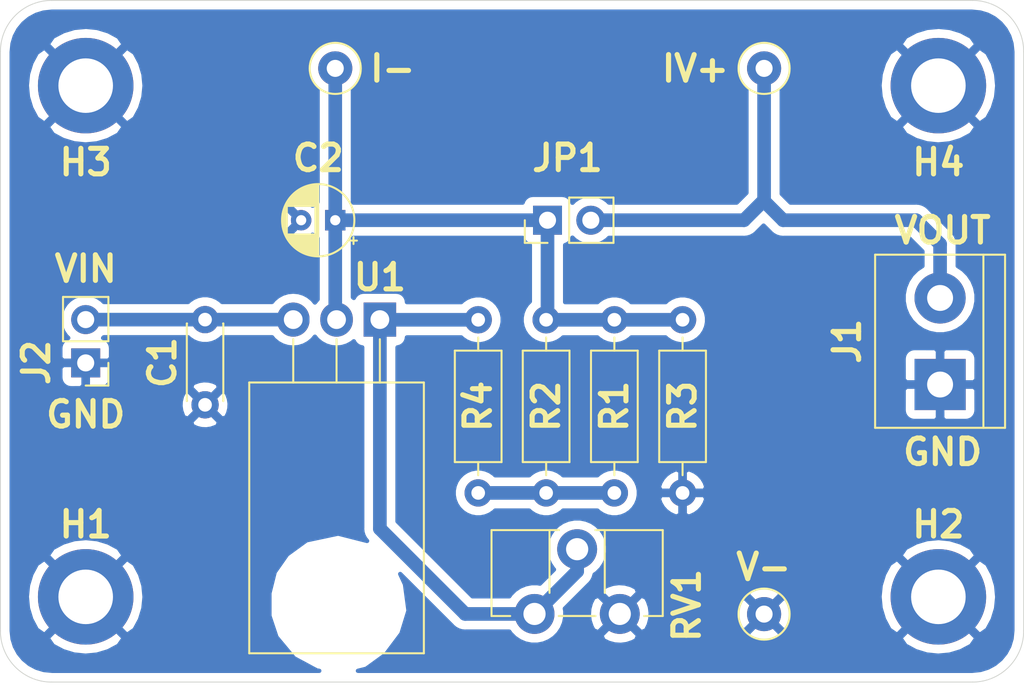
<source format=kicad_pcb>
(kicad_pcb (version 20171130) (host pcbnew "(5.1.9)-1")

  (general
    (thickness 1.6)
    (drawings 12)
    (tracks 27)
    (zones 0)
    (modules 18)
    (nets 7)
  )

  (page User 216.002 140.005)
  (title_block
    (title "Variable Power Supply")
    (date 2021-05-11)
    (rev 1.0)
    (company BDI)
  )

  (layers
    (0 F.Cu signal)
    (31 B.Cu signal)
    (32 B.Adhes user)
    (33 F.Adhes user)
    (34 B.Paste user)
    (35 F.Paste user)
    (36 B.SilkS user)
    (37 F.SilkS user)
    (38 B.Mask user)
    (39 F.Mask user)
    (40 Dwgs.User user)
    (41 Cmts.User user)
    (42 Eco1.User user)
    (43 Eco2.User user)
    (44 Edge.Cuts user)
    (45 Margin user)
    (46 B.CrtYd user)
    (47 F.CrtYd user)
    (48 B.Fab user hide)
    (49 F.Fab user hide)
  )

  (setup
    (last_trace_width 0.8)
    (user_trace_width 0.5)
    (user_trace_width 0.8)
    (trace_clearance 0.2)
    (zone_clearance 0.508)
    (zone_45_only no)
    (trace_min 0.2)
    (via_size 0.8)
    (via_drill 0.4)
    (via_min_size 0.4)
    (via_min_drill 0.3)
    (uvia_size 0.3)
    (uvia_drill 0.1)
    (uvias_allowed no)
    (uvia_min_size 0.2)
    (uvia_min_drill 0.1)
    (edge_width 0.05)
    (segment_width 0.2)
    (pcb_text_width 0.3)
    (pcb_text_size 1.5 1.5)
    (mod_edge_width 0.12)
    (mod_text_size 1.5 1.5)
    (mod_text_width 0.35)
    (pad_size 1.524 1.524)
    (pad_drill 0.762)
    (pad_to_mask_clearance 0.051)
    (solder_mask_min_width 0.25)
    (aux_axis_origin 0 0)
    (visible_elements 7FFFFFFF)
    (pcbplotparams
      (layerselection 0x010fc_ffffffff)
      (usegerberextensions false)
      (usegerberattributes false)
      (usegerberadvancedattributes false)
      (creategerberjobfile false)
      (excludeedgelayer true)
      (linewidth 0.100000)
      (plotframeref false)
      (viasonmask false)
      (mode 1)
      (useauxorigin false)
      (hpglpennumber 1)
      (hpglpenspeed 20)
      (hpglpendiameter 15.000000)
      (psnegative false)
      (psa4output false)
      (plotreference true)
      (plotvalue true)
      (plotinvisibletext false)
      (padsonsilk false)
      (subtractmaskfromsilk false)
      (outputformat 1)
      (mirror false)
      (drillshape 0)
      (scaleselection 1)
      (outputdirectory "DocumentatieFabricatie/"))
  )

  (net 0 "")
  (net 1 GND)
  (net 2 "Net-(C1-Pad1)")
  (net 3 "Net-(C2-Pad1)")
  (net 4 "Net-(R1-Pad2)")
  (net 5 "Net-(R4-Pad2)")
  (net 6 "Net-(J1-Pad2)")

  (net_class Default "This is the default net class."
    (clearance 0.2)
    (trace_width 0.25)
    (via_dia 0.8)
    (via_drill 0.4)
    (uvia_dia 0.3)
    (uvia_drill 0.1)
    (add_net GND)
    (add_net "Net-(C1-Pad1)")
    (add_net "Net-(C2-Pad1)")
    (add_net "Net-(J1-Pad2)")
    (add_net "Net-(R1-Pad2)")
    (add_net "Net-(R4-Pad2)")
  )

  (module Potentiometer_THT:Potentiometer_ACP_CA9-H3,8_Horizontal (layer F.Cu) (tedit 5A3D4994) (tstamp 609B4646)
    (at 111.518 76.302 90)
    (descr "Potentiometer, horizontal, ACP CA9-H3,8, http://www.acptechnologies.com/wp-content/uploads/2017/05/02-ACP-CA9-CE9.pdf")
    (tags "Potentiometer horizontal ACP CA9-H3,8")
    (path /609ABD6A)
    (fp_text reference RV1 (at 0.502 8.932 90) (layer F.SilkS)
      (effects (font (size 1.5 1.5) (thickness 0.3)))
    )
    (fp_text value 1k (at 0 8.65 90) (layer F.Fab)
      (effects (font (size 1 1) (thickness 0.15)))
    )
    (fp_text user %R (at 2.4 2.5 90) (layer F.Fab)
      (effects (font (size 1 1) (thickness 0.15)))
    )
    (fp_line (start 4.8 -2.4) (end 4.8 7.4) (layer F.Fab) (width 0.1))
    (fp_line (start 4.8 7.4) (end 0 7.4) (layer F.Fab) (width 0.1))
    (fp_line (start 0 7.4) (end 0 -2.4) (layer F.Fab) (width 0.1))
    (fp_line (start 0 -2.4) (end 4.8 -2.4) (layer F.Fab) (width 0.1))
    (fp_line (start 0 1) (end 0 4) (layer F.Fab) (width 0.1))
    (fp_line (start 0 4) (end 4.8 4) (layer F.Fab) (width 0.1))
    (fp_line (start 4.8 4) (end 4.8 1) (layer F.Fab) (width 0.1))
    (fp_line (start 4.8 1) (end 0 1) (layer F.Fab) (width 0.1))
    (fp_line (start -0.121 -2.521) (end 4.92 -2.521) (layer F.SilkS) (width 0.12))
    (fp_line (start -0.121 7.52) (end 4.92 7.52) (layer F.SilkS) (width 0.12))
    (fp_line (start 4.92 -2.521) (end 4.92 1.428) (layer F.SilkS) (width 0.12))
    (fp_line (start 4.92 3.573) (end 4.92 7.52) (layer F.SilkS) (width 0.12))
    (fp_line (start -0.121 6.425) (end -0.121 7.52) (layer F.SilkS) (width 0.12))
    (fp_line (start -0.121 -2.521) (end -0.121 -1.426) (layer F.SilkS) (width 0.12))
    (fp_line (start -0.121 1.426) (end -0.121 3.575) (layer F.SilkS) (width 0.12))
    (fp_line (start 1.237 0.88) (end 4.92 0.88) (layer F.SilkS) (width 0.12))
    (fp_line (start 1.237 4.12) (end 4.92 4.12) (layer F.SilkS) (width 0.12))
    (fp_line (start -0.121 1.426) (end -0.121 3.575) (layer F.SilkS) (width 0.12))
    (fp_line (start 4.92 0.88) (end 4.92 1.428) (layer F.SilkS) (width 0.12))
    (fp_line (start 4.92 3.573) (end 4.92 4.12) (layer F.SilkS) (width 0.12))
    (fp_line (start -1.45 -2.7) (end -1.45 7.65) (layer F.CrtYd) (width 0.05))
    (fp_line (start -1.45 7.65) (end 5.25 7.65) (layer F.CrtYd) (width 0.05))
    (fp_line (start 5.25 7.65) (end 5.25 -2.7) (layer F.CrtYd) (width 0.05))
    (fp_line (start 5.25 -2.7) (end -1.45 -2.7) (layer F.CrtYd) (width 0.05))
    (pad 1 thru_hole circle (at 0 0 90) (size 2.34 2.34) (drill 1.3) (layers *.Cu *.Mask)
      (net 5 "Net-(R4-Pad2)"))
    (pad 2 thru_hole circle (at 3.8 2.5 90) (size 2.34 2.34) (drill 1.3) (layers *.Cu *.Mask)
      (net 5 "Net-(R4-Pad2)"))
    (pad 3 thru_hole circle (at 0 5 90) (size 2.34 2.34) (drill 1.3) (layers *.Cu *.Mask)
      (net 1 GND))
    (model ${KISYS3DMOD}/Potentiometer_THT.3dshapes/Potentiometer_ACP_CA9-H3,8_Horizontal.wrl
      (at (xyz 0 0 0))
      (scale (xyz 1 1 1))
      (rotate (xyz 0 0 0))
    )
    (model ${KISYS3DMOD}/Potentiometer_THT.3dshapes/Potentiometer_Bourns_3339P_Vertical.wrl
      (offset (xyz 0.5 0 0))
      (scale (xyz 1 1 1))
      (rotate (xyz 0 0 180))
    )
  )

  (module Package_TO_SOT_THT:TO-220-3_Horizontal_TabDown (layer F.Cu) (tedit 5AC8BA0D) (tstamp 609B04A8)
    (at 102.45 59.03 180)
    (descr "TO-220-3, Horizontal, RM 2.54mm, see https://www.vishay.com/docs/66542/to-220-1.pdf")
    (tags "TO-220-3 Horizontal RM 2.54mm")
    (path /609A9C14)
    (fp_text reference U1 (at 0 2.48) (layer F.SilkS)
      (effects (font (size 1.5 1.5) (thickness 0.3)))
    )
    (fp_text value LM317T (at 2.54 2) (layer F.Fab)
      (effects (font (size 1 1) (thickness 0.15)))
    )
    (fp_circle (center 2.54 -16.66) (end 4.39 -16.66) (layer F.Fab) (width 0.1))
    (fp_line (start -2.46 -13.06) (end -2.46 -19.46) (layer F.Fab) (width 0.1))
    (fp_line (start -2.46 -19.46) (end 7.54 -19.46) (layer F.Fab) (width 0.1))
    (fp_line (start 7.54 -19.46) (end 7.54 -13.06) (layer F.Fab) (width 0.1))
    (fp_line (start 7.54 -13.06) (end -2.46 -13.06) (layer F.Fab) (width 0.1))
    (fp_line (start -2.46 -3.81) (end -2.46 -13.06) (layer F.Fab) (width 0.1))
    (fp_line (start -2.46 -13.06) (end 7.54 -13.06) (layer F.Fab) (width 0.1))
    (fp_line (start 7.54 -13.06) (end 7.54 -3.81) (layer F.Fab) (width 0.1))
    (fp_line (start 7.54 -3.81) (end -2.46 -3.81) (layer F.Fab) (width 0.1))
    (fp_line (start 0 -3.81) (end 0 0) (layer F.Fab) (width 0.1))
    (fp_line (start 2.54 -3.81) (end 2.54 0) (layer F.Fab) (width 0.1))
    (fp_line (start 5.08 -3.81) (end 5.08 0) (layer F.Fab) (width 0.1))
    (fp_line (start -2.58 -3.69) (end 7.66 -3.69) (layer F.SilkS) (width 0.12))
    (fp_line (start -2.58 -19.58) (end 7.66 -19.58) (layer F.SilkS) (width 0.12))
    (fp_line (start -2.58 -19.58) (end -2.58 -3.69) (layer F.SilkS) (width 0.12))
    (fp_line (start 7.66 -19.58) (end 7.66 -3.69) (layer F.SilkS) (width 0.12))
    (fp_line (start 0 -3.69) (end 0 -1.15) (layer F.SilkS) (width 0.12))
    (fp_line (start 2.54 -3.69) (end 2.54 -1.15) (layer F.SilkS) (width 0.12))
    (fp_line (start 5.08 -3.69) (end 5.08 -1.15) (layer F.SilkS) (width 0.12))
    (fp_line (start -2.71 -19.71) (end -2.71 1.25) (layer F.CrtYd) (width 0.05))
    (fp_line (start -2.71 1.25) (end 7.79 1.25) (layer F.CrtYd) (width 0.05))
    (fp_line (start 7.79 1.25) (end 7.79 -19.71) (layer F.CrtYd) (width 0.05))
    (fp_line (start 7.79 -19.71) (end -2.71 -19.71) (layer F.CrtYd) (width 0.05))
    (fp_text user %R (at 2.54 -20.58) (layer F.Fab)
      (effects (font (size 1 1) (thickness 0.15)))
    )
    (pad 3 thru_hole oval (at 5.08 0 180) (size 1.905 2) (drill 1.1) (layers *.Cu *.Mask)
      (net 2 "Net-(C1-Pad1)"))
    (pad 2 thru_hole oval (at 2.54 0 180) (size 1.905 2) (drill 1.1) (layers *.Cu *.Mask)
      (net 3 "Net-(C2-Pad1)"))
    (pad 1 thru_hole rect (at 0 0 180) (size 1.905 2) (drill 1.1) (layers *.Cu *.Mask)
      (net 5 "Net-(R4-Pad2)"))
    (pad "" np_thru_hole oval (at 2.54 -16.66 180) (size 3.5 3.5) (drill 3.5) (layers *.Cu *.Mask))
    (model ${KISYS3DMOD}/Package_TO_SOT_THT.3dshapes/TO-220-3_Horizontal_TabDown.wrl
      (at (xyz 0 0 0))
      (scale (xyz 1 1 1))
      (rotate (xyz 0 0 0))
    )
  )

  (module TestPoint:TestPoint_Loop_D1.80mm_Drill1.0mm_Beaded (layer F.Cu) (tedit 5A0F774F) (tstamp 609B0488)
    (at 124.98 76.312)
    (descr "wire loop with bead as test point, loop diameter 1.8mm, hole diameter 1.0mm")
    (tags "test point wire loop bead")
    (path /609B8A3C)
    (fp_text reference V- (at -0.03 -2.762) (layer F.SilkS)
      (effects (font (size 1.5 1.5) (thickness 0.3)))
    )
    (fp_text value V- (at 0 -2.8) (layer F.Fab)
      (effects (font (size 1 1) (thickness 0.15)))
    )
    (fp_circle (center 0 0) (end 1.8 0) (layer F.CrtYd) (width 0.05))
    (fp_circle (center 0 0) (end 1.5 0) (layer F.SilkS) (width 0.12))
    (fp_line (start -0.9 -0.2) (end 0.9 -0.2) (layer F.Fab) (width 0.12))
    (fp_line (start 0.9 -0.2) (end 0.9 0.2) (layer F.Fab) (width 0.12))
    (fp_line (start 0.9 0.2) (end -0.9 0.2) (layer F.Fab) (width 0.12))
    (fp_line (start -0.9 0.2) (end -0.9 -0.2) (layer F.Fab) (width 0.12))
    (fp_circle (center 0 0) (end 1.3 0) (layer F.Fab) (width 0.12))
    (fp_text user %R (at 0.7 2.5) (layer F.Fab)
      (effects (font (size 1 1) (thickness 0.15)))
    )
    (pad 1 thru_hole circle (at 0 0) (size 2 2) (drill 1) (layers *.Cu *.Mask)
      (net 1 GND))
    (model ${KISYS3DMOD}/TestPoint.3dshapes/TestPoint_Loop_D1.80mm_Drill1.0mm_Beaded.wrl
      (at (xyz 0 0 0))
      (scale (xyz 1 1 1))
      (rotate (xyz 0 0 0))
    )
  )

  (module TestPoint:TestPoint_Loop_D1.80mm_Drill1.0mm_Beaded (layer F.Cu) (tedit 5A0F774F) (tstamp 609B047B)
    (at 124.98 44.288)
    (descr "wire loop with bead as test point, loop diameter 1.8mm, hole diameter 1.0mm")
    (tags "test point wire loop bead")
    (path /609B792B)
    (fp_text reference IV+ (at -4.03 0.012) (layer F.SilkS)
      (effects (font (size 1.5 1.5) (thickness 0.3)))
    )
    (fp_text value I+/V+ (at 0 -2.8) (layer F.Fab)
      (effects (font (size 1 1) (thickness 0.15)))
    )
    (fp_circle (center 0 0) (end 1.8 0) (layer F.CrtYd) (width 0.05))
    (fp_circle (center 0 0) (end 1.5 0) (layer F.SilkS) (width 0.12))
    (fp_line (start -0.9 -0.2) (end 0.9 -0.2) (layer F.Fab) (width 0.12))
    (fp_line (start 0.9 -0.2) (end 0.9 0.2) (layer F.Fab) (width 0.12))
    (fp_line (start 0.9 0.2) (end -0.9 0.2) (layer F.Fab) (width 0.12))
    (fp_line (start -0.9 0.2) (end -0.9 -0.2) (layer F.Fab) (width 0.12))
    (fp_circle (center 0 0) (end 1.3 0) (layer F.Fab) (width 0.12))
    (fp_text user %R (at 0.7 2.5) (layer F.Fab)
      (effects (font (size 1 1) (thickness 0.15)))
    )
    (pad 1 thru_hole circle (at 0 0) (size 2 2) (drill 1) (layers *.Cu *.Mask)
      (net 6 "Net-(J1-Pad2)"))
    (model ${KISYS3DMOD}/TestPoint.3dshapes/TestPoint_Loop_D1.80mm_Drill1.0mm_Beaded.wrl
      (at (xyz 0 0 0))
      (scale (xyz 1 1 1))
      (rotate (xyz 0 0 0))
    )
  )

  (module TestPoint:TestPoint_Loop_D1.80mm_Drill1.0mm_Beaded (layer F.Cu) (tedit 5A0F774F) (tstamp 609B54C2)
    (at 99.834 44.288)
    (descr "wire loop with bead as test point, loop diameter 1.8mm, hole diameter 1.0mm")
    (tags "test point wire loop bead")
    (path /609B6FCF)
    (fp_text reference I- (at 3.366 0.012) (layer F.SilkS)
      (effects (font (size 1.5 1.5) (thickness 0.3)))
    )
    (fp_text value I- (at 0 -2.8) (layer F.Fab)
      (effects (font (size 1 1) (thickness 0.15)))
    )
    (fp_circle (center 0 0) (end 1.8 0) (layer F.CrtYd) (width 0.05))
    (fp_circle (center 0 0) (end 1.5 0) (layer F.SilkS) (width 0.12))
    (fp_line (start -0.9 -0.2) (end 0.9 -0.2) (layer F.Fab) (width 0.12))
    (fp_line (start 0.9 -0.2) (end 0.9 0.2) (layer F.Fab) (width 0.12))
    (fp_line (start 0.9 0.2) (end -0.9 0.2) (layer F.Fab) (width 0.12))
    (fp_line (start -0.9 0.2) (end -0.9 -0.2) (layer F.Fab) (width 0.12))
    (fp_circle (center 0 0) (end 1.3 0) (layer F.Fab) (width 0.12))
    (fp_text user %R (at 0.7 2.5) (layer F.Fab)
      (effects (font (size 1 1) (thickness 0.15)))
    )
    (pad 1 thru_hole circle (at 0 0) (size 2 2) (drill 1) (layers *.Cu *.Mask)
      (net 3 "Net-(C2-Pad1)"))
    (model ${KISYS3DMOD}/TestPoint.3dshapes/TestPoint_Loop_D1.80mm_Drill1.0mm_Beaded.wrl
      (at (xyz 0 0 0))
      (scale (xyz 1 1 1))
      (rotate (xyz 0 0 0))
    )
  )

  (module Resistor_THT:R_Axial_DIN0207_L6.3mm_D2.5mm_P10.16mm_Horizontal (layer F.Cu) (tedit 5AE5139B) (tstamp 609B0461)
    (at 108.216 69.2 90)
    (descr "Resistor, Axial_DIN0207 series, Axial, Horizontal, pin pitch=10.16mm, 0.25W = 1/4W, length*diameter=6.3*2.5mm^2, http://cdn-reichelt.de/documents/datenblatt/B400/1_4W%23YAG.pdf")
    (tags "Resistor Axial_DIN0207 series Axial Horizontal pin pitch 10.16mm 0.25W = 1/4W length 6.3mm diameter 2.5mm")
    (path /609B59B4)
    (fp_text reference R4 (at 5.08 -0.016 90) (layer F.SilkS)
      (effects (font (size 1.5 1.5) (thickness 0.3)))
    )
    (fp_text value 220R (at 5.08 2.37 90) (layer F.Fab)
      (effects (font (size 1 1) (thickness 0.15)))
    )
    (fp_line (start 1.93 -1.25) (end 1.93 1.25) (layer F.Fab) (width 0.1))
    (fp_line (start 1.93 1.25) (end 8.23 1.25) (layer F.Fab) (width 0.1))
    (fp_line (start 8.23 1.25) (end 8.23 -1.25) (layer F.Fab) (width 0.1))
    (fp_line (start 8.23 -1.25) (end 1.93 -1.25) (layer F.Fab) (width 0.1))
    (fp_line (start 0 0) (end 1.93 0) (layer F.Fab) (width 0.1))
    (fp_line (start 10.16 0) (end 8.23 0) (layer F.Fab) (width 0.1))
    (fp_line (start 1.81 -1.37) (end 1.81 1.37) (layer F.SilkS) (width 0.12))
    (fp_line (start 1.81 1.37) (end 8.35 1.37) (layer F.SilkS) (width 0.12))
    (fp_line (start 8.35 1.37) (end 8.35 -1.37) (layer F.SilkS) (width 0.12))
    (fp_line (start 8.35 -1.37) (end 1.81 -1.37) (layer F.SilkS) (width 0.12))
    (fp_line (start 1.04 0) (end 1.81 0) (layer F.SilkS) (width 0.12))
    (fp_line (start 9.12 0) (end 8.35 0) (layer F.SilkS) (width 0.12))
    (fp_line (start -1.05 -1.5) (end -1.05 1.5) (layer F.CrtYd) (width 0.05))
    (fp_line (start -1.05 1.5) (end 11.21 1.5) (layer F.CrtYd) (width 0.05))
    (fp_line (start 11.21 1.5) (end 11.21 -1.5) (layer F.CrtYd) (width 0.05))
    (fp_line (start 11.21 -1.5) (end -1.05 -1.5) (layer F.CrtYd) (width 0.05))
    (fp_text user %R (at 5.08 0 90) (layer F.Fab)
      (effects (font (size 1 1) (thickness 0.15)))
    )
    (pad 2 thru_hole oval (at 10.16 0 90) (size 1.6 1.6) (drill 0.8) (layers *.Cu *.Mask)
      (net 5 "Net-(R4-Pad2)"))
    (pad 1 thru_hole circle (at 0 0 90) (size 1.6 1.6) (drill 0.8) (layers *.Cu *.Mask)
      (net 4 "Net-(R1-Pad2)"))
    (model ${KISYS3DMOD}/Resistor_THT.3dshapes/R_Axial_DIN0207_L6.3mm_D2.5mm_P10.16mm_Horizontal.wrl
      (at (xyz 0 0 0))
      (scale (xyz 1 1 1))
      (rotate (xyz 0 0 0))
    )
  )

  (module Resistor_THT:R_Axial_DIN0207_L6.3mm_D2.5mm_P10.16mm_Horizontal (layer F.Cu) (tedit 5AE5139B) (tstamp 609B044A)
    (at 120.2 59.04 270)
    (descr "Resistor, Axial_DIN0207 series, Axial, Horizontal, pin pitch=10.16mm, 0.25W = 1/4W, length*diameter=6.3*2.5mm^2, http://cdn-reichelt.de/documents/datenblatt/B400/1_4W%23YAG.pdf")
    (tags "Resistor Axial_DIN0207 series Axial Horizontal pin pitch 10.16mm 0.25W = 1/4W length 6.3mm diameter 2.5mm")
    (path /609B1E67)
    (fp_text reference R3 (at 5.08 0 90) (layer F.SilkS)
      (effects (font (size 1.5 1.5) (thickness 0.3)))
    )
    (fp_text value 220R (at 5.08 2.37 90) (layer F.Fab)
      (effects (font (size 1 1) (thickness 0.15)))
    )
    (fp_line (start 1.93 -1.25) (end 1.93 1.25) (layer F.Fab) (width 0.1))
    (fp_line (start 1.93 1.25) (end 8.23 1.25) (layer F.Fab) (width 0.1))
    (fp_line (start 8.23 1.25) (end 8.23 -1.25) (layer F.Fab) (width 0.1))
    (fp_line (start 8.23 -1.25) (end 1.93 -1.25) (layer F.Fab) (width 0.1))
    (fp_line (start 0 0) (end 1.93 0) (layer F.Fab) (width 0.1))
    (fp_line (start 10.16 0) (end 8.23 0) (layer F.Fab) (width 0.1))
    (fp_line (start 1.81 -1.37) (end 1.81 1.37) (layer F.SilkS) (width 0.12))
    (fp_line (start 1.81 1.37) (end 8.35 1.37) (layer F.SilkS) (width 0.12))
    (fp_line (start 8.35 1.37) (end 8.35 -1.37) (layer F.SilkS) (width 0.12))
    (fp_line (start 8.35 -1.37) (end 1.81 -1.37) (layer F.SilkS) (width 0.12))
    (fp_line (start 1.04 0) (end 1.81 0) (layer F.SilkS) (width 0.12))
    (fp_line (start 9.12 0) (end 8.35 0) (layer F.SilkS) (width 0.12))
    (fp_line (start -1.05 -1.5) (end -1.05 1.5) (layer F.CrtYd) (width 0.05))
    (fp_line (start -1.05 1.5) (end 11.21 1.5) (layer F.CrtYd) (width 0.05))
    (fp_line (start 11.21 1.5) (end 11.21 -1.5) (layer F.CrtYd) (width 0.05))
    (fp_line (start 11.21 -1.5) (end -1.05 -1.5) (layer F.CrtYd) (width 0.05))
    (fp_text user %R (at 5.08 0 90) (layer F.Fab)
      (effects (font (size 1 1) (thickness 0.15)))
    )
    (pad 2 thru_hole oval (at 10.16 0 270) (size 1.6 1.6) (drill 0.8) (layers *.Cu *.Mask)
      (net 1 GND))
    (pad 1 thru_hole circle (at 0 0 270) (size 1.6 1.6) (drill 0.8) (layers *.Cu *.Mask)
      (net 3 "Net-(C2-Pad1)"))
    (model ${KISYS3DMOD}/Resistor_THT.3dshapes/R_Axial_DIN0207_L6.3mm_D2.5mm_P10.16mm_Horizontal.wrl
      (at (xyz 0 0 0))
      (scale (xyz 1 1 1))
      (rotate (xyz 0 0 0))
    )
  )

  (module Resistor_THT:R_Axial_DIN0207_L6.3mm_D2.5mm_P10.16mm_Horizontal (layer F.Cu) (tedit 5AE5139B) (tstamp 609B0433)
    (at 112.2 59.04 270)
    (descr "Resistor, Axial_DIN0207 series, Axial, Horizontal, pin pitch=10.16mm, 0.25W = 1/4W, length*diameter=6.3*2.5mm^2, http://cdn-reichelt.de/documents/datenblatt/B400/1_4W%23YAG.pdf")
    (tags "Resistor Axial_DIN0207 series Axial Horizontal pin pitch 10.16mm 0.25W = 1/4W length 6.3mm diameter 2.5mm")
    (path /609B5628)
    (fp_text reference R2 (at 5.08 0 90) (layer F.SilkS)
      (effects (font (size 1.5 1.5) (thickness 0.3)))
    )
    (fp_text value DNP (at 5.08 2.37 90) (layer F.Fab)
      (effects (font (size 1 1) (thickness 0.15)))
    )
    (fp_line (start 1.93 -1.25) (end 1.93 1.25) (layer F.Fab) (width 0.1))
    (fp_line (start 1.93 1.25) (end 8.23 1.25) (layer F.Fab) (width 0.1))
    (fp_line (start 8.23 1.25) (end 8.23 -1.25) (layer F.Fab) (width 0.1))
    (fp_line (start 8.23 -1.25) (end 1.93 -1.25) (layer F.Fab) (width 0.1))
    (fp_line (start 0 0) (end 1.93 0) (layer F.Fab) (width 0.1))
    (fp_line (start 10.16 0) (end 8.23 0) (layer F.Fab) (width 0.1))
    (fp_line (start 1.81 -1.37) (end 1.81 1.37) (layer F.SilkS) (width 0.12))
    (fp_line (start 1.81 1.37) (end 8.35 1.37) (layer F.SilkS) (width 0.12))
    (fp_line (start 8.35 1.37) (end 8.35 -1.37) (layer F.SilkS) (width 0.12))
    (fp_line (start 8.35 -1.37) (end 1.81 -1.37) (layer F.SilkS) (width 0.12))
    (fp_line (start 1.04 0) (end 1.81 0) (layer F.SilkS) (width 0.12))
    (fp_line (start 9.12 0) (end 8.35 0) (layer F.SilkS) (width 0.12))
    (fp_line (start -1.05 -1.5) (end -1.05 1.5) (layer F.CrtYd) (width 0.05))
    (fp_line (start -1.05 1.5) (end 11.21 1.5) (layer F.CrtYd) (width 0.05))
    (fp_line (start 11.21 1.5) (end 11.21 -1.5) (layer F.CrtYd) (width 0.05))
    (fp_line (start 11.21 -1.5) (end -1.05 -1.5) (layer F.CrtYd) (width 0.05))
    (fp_text user %R (at 5.08 0 90) (layer F.Fab)
      (effects (font (size 1 1) (thickness 0.15)))
    )
    (pad 2 thru_hole oval (at 10.16 0 270) (size 1.6 1.6) (drill 0.8) (layers *.Cu *.Mask)
      (net 4 "Net-(R1-Pad2)"))
    (pad 1 thru_hole circle (at 0 0 270) (size 1.6 1.6) (drill 0.8) (layers *.Cu *.Mask)
      (net 3 "Net-(C2-Pad1)"))
    (model ${KISYS3DMOD}/Resistor_THT.3dshapes/R_Axial_DIN0207_L6.3mm_D2.5mm_P10.16mm_Horizontal.wrl
      (at (xyz 0 0 0))
      (scale (xyz 1 1 1))
      (rotate (xyz 0 0 0))
    )
  )

  (module Resistor_THT:R_Axial_DIN0207_L6.3mm_D2.5mm_P10.16mm_Horizontal (layer F.Cu) (tedit 5AE5139B) (tstamp 609B041C)
    (at 116.2 59.04 270)
    (descr "Resistor, Axial_DIN0207 series, Axial, Horizontal, pin pitch=10.16mm, 0.25W = 1/4W, length*diameter=6.3*2.5mm^2, http://cdn-reichelt.de/documents/datenblatt/B400/1_4W%23YAG.pdf")
    (tags "Resistor Axial_DIN0207 series Axial Horizontal pin pitch 10.16mm 0.25W = 1/4W length 6.3mm diameter 2.5mm")
    (path /609AB258)
    (fp_text reference R1 (at 5.08 0 90) (layer F.SilkS)
      (effects (font (size 1.5 1.5) (thickness 0.3)))
    )
    (fp_text value 220R (at 5.08 2.37 90) (layer F.Fab)
      (effects (font (size 1 1) (thickness 0.15)))
    )
    (fp_line (start 1.93 -1.25) (end 1.93 1.25) (layer F.Fab) (width 0.1))
    (fp_line (start 1.93 1.25) (end 8.23 1.25) (layer F.Fab) (width 0.1))
    (fp_line (start 8.23 1.25) (end 8.23 -1.25) (layer F.Fab) (width 0.1))
    (fp_line (start 8.23 -1.25) (end 1.93 -1.25) (layer F.Fab) (width 0.1))
    (fp_line (start 0 0) (end 1.93 0) (layer F.Fab) (width 0.1))
    (fp_line (start 10.16 0) (end 8.23 0) (layer F.Fab) (width 0.1))
    (fp_line (start 1.81 -1.37) (end 1.81 1.37) (layer F.SilkS) (width 0.12))
    (fp_line (start 1.81 1.37) (end 8.35 1.37) (layer F.SilkS) (width 0.12))
    (fp_line (start 8.35 1.37) (end 8.35 -1.37) (layer F.SilkS) (width 0.12))
    (fp_line (start 8.35 -1.37) (end 1.81 -1.37) (layer F.SilkS) (width 0.12))
    (fp_line (start 1.04 0) (end 1.81 0) (layer F.SilkS) (width 0.12))
    (fp_line (start 9.12 0) (end 8.35 0) (layer F.SilkS) (width 0.12))
    (fp_line (start -1.05 -1.5) (end -1.05 1.5) (layer F.CrtYd) (width 0.05))
    (fp_line (start -1.05 1.5) (end 11.21 1.5) (layer F.CrtYd) (width 0.05))
    (fp_line (start 11.21 1.5) (end 11.21 -1.5) (layer F.CrtYd) (width 0.05))
    (fp_line (start 11.21 -1.5) (end -1.05 -1.5) (layer F.CrtYd) (width 0.05))
    (fp_text user %R (at 5.08 0 90) (layer F.Fab)
      (effects (font (size 1 1) (thickness 0.15)))
    )
    (pad 2 thru_hole oval (at 10.16 0 270) (size 1.6 1.6) (drill 0.8) (layers *.Cu *.Mask)
      (net 4 "Net-(R1-Pad2)"))
    (pad 1 thru_hole circle (at 0 0 270) (size 1.6 1.6) (drill 0.8) (layers *.Cu *.Mask)
      (net 3 "Net-(C2-Pad1)"))
    (model ${KISYS3DMOD}/Resistor_THT.3dshapes/R_Axial_DIN0207_L6.3mm_D2.5mm_P10.16mm_Horizontal.wrl
      (at (xyz 0 0 0))
      (scale (xyz 1 1 1))
      (rotate (xyz 0 0 0))
    )
  )

  (module Connector_PinHeader_2.54mm:PinHeader_1x02_P2.54mm_Vertical (layer F.Cu) (tedit 59FED5CC) (tstamp 609B0405)
    (at 112.28 53.198 90)
    (descr "Through hole straight pin header, 1x02, 2.54mm pitch, single row")
    (tags "Through hole pin header THT 1x02 2.54mm single row")
    (path /609B0E05)
    (fp_text reference JP1 (at 3.648 1.17 180) (layer F.SilkS)
      (effects (font (size 1.5 1.5) (thickness 0.3)))
    )
    (fp_text value Jumper (at 0 4.87 90) (layer F.Fab)
      (effects (font (size 1 1) (thickness 0.15)))
    )
    (fp_line (start -0.635 -1.27) (end 1.27 -1.27) (layer F.Fab) (width 0.1))
    (fp_line (start 1.27 -1.27) (end 1.27 3.81) (layer F.Fab) (width 0.1))
    (fp_line (start 1.27 3.81) (end -1.27 3.81) (layer F.Fab) (width 0.1))
    (fp_line (start -1.27 3.81) (end -1.27 -0.635) (layer F.Fab) (width 0.1))
    (fp_line (start -1.27 -0.635) (end -0.635 -1.27) (layer F.Fab) (width 0.1))
    (fp_line (start -1.33 3.87) (end 1.33 3.87) (layer F.SilkS) (width 0.12))
    (fp_line (start -1.33 1.27) (end -1.33 3.87) (layer F.SilkS) (width 0.12))
    (fp_line (start 1.33 1.27) (end 1.33 3.87) (layer F.SilkS) (width 0.12))
    (fp_line (start -1.33 1.27) (end 1.33 1.27) (layer F.SilkS) (width 0.12))
    (fp_line (start -1.33 0) (end -1.33 -1.33) (layer F.SilkS) (width 0.12))
    (fp_line (start -1.33 -1.33) (end 0 -1.33) (layer F.SilkS) (width 0.12))
    (fp_line (start -1.8 -1.8) (end -1.8 4.35) (layer F.CrtYd) (width 0.05))
    (fp_line (start -1.8 4.35) (end 1.8 4.35) (layer F.CrtYd) (width 0.05))
    (fp_line (start 1.8 4.35) (end 1.8 -1.8) (layer F.CrtYd) (width 0.05))
    (fp_line (start 1.8 -1.8) (end -1.8 -1.8) (layer F.CrtYd) (width 0.05))
    (fp_text user %R (at 0 1.27) (layer F.Fab)
      (effects (font (size 1 1) (thickness 0.15)))
    )
    (pad 2 thru_hole oval (at 0 2.54 90) (size 1.7 1.7) (drill 1) (layers *.Cu *.Mask)
      (net 6 "Net-(J1-Pad2)"))
    (pad 1 thru_hole rect (at 0 0 90) (size 1.7 1.7) (drill 1) (layers *.Cu *.Mask)
      (net 3 "Net-(C2-Pad1)"))
    (model ${KISYS3DMOD}/Connector_PinHeader_2.54mm.3dshapes/PinHeader_1x02_P2.54mm_Vertical.wrl
      (at (xyz 0 0 0))
      (scale (xyz 1 1 1))
      (rotate (xyz 0 0 0))
    )
  )

  (module Connector_PinHeader_2.54mm:PinHeader_1x02_P2.54mm_Vertical (layer F.Cu) (tedit 59FED5CC) (tstamp 609B03EF)
    (at 85.2 61.57 180)
    (descr "Through hole straight pin header, 1x02, 2.54mm pitch, single row")
    (tags "Through hole pin header THT 1x02 2.54mm single row")
    (path /609AEB48)
    (fp_text reference J2 (at 2.9 0.02 90) (layer F.SilkS)
      (effects (font (size 1.5 1.5) (thickness 0.3)))
    )
    (fp_text value VIN (at 0 4.87) (layer F.Fab)
      (effects (font (size 1 1) (thickness 0.15)))
    )
    (fp_line (start -0.635 -1.27) (end 1.27 -1.27) (layer F.Fab) (width 0.1))
    (fp_line (start 1.27 -1.27) (end 1.27 3.81) (layer F.Fab) (width 0.1))
    (fp_line (start 1.27 3.81) (end -1.27 3.81) (layer F.Fab) (width 0.1))
    (fp_line (start -1.27 3.81) (end -1.27 -0.635) (layer F.Fab) (width 0.1))
    (fp_line (start -1.27 -0.635) (end -0.635 -1.27) (layer F.Fab) (width 0.1))
    (fp_line (start -1.33 3.87) (end 1.33 3.87) (layer F.SilkS) (width 0.12))
    (fp_line (start -1.33 1.27) (end -1.33 3.87) (layer F.SilkS) (width 0.12))
    (fp_line (start 1.33 1.27) (end 1.33 3.87) (layer F.SilkS) (width 0.12))
    (fp_line (start -1.33 1.27) (end 1.33 1.27) (layer F.SilkS) (width 0.12))
    (fp_line (start -1.33 0) (end -1.33 -1.33) (layer F.SilkS) (width 0.12))
    (fp_line (start -1.33 -1.33) (end 0 -1.33) (layer F.SilkS) (width 0.12))
    (fp_line (start -1.8 -1.8) (end -1.8 4.35) (layer F.CrtYd) (width 0.05))
    (fp_line (start -1.8 4.35) (end 1.8 4.35) (layer F.CrtYd) (width 0.05))
    (fp_line (start 1.8 4.35) (end 1.8 -1.8) (layer F.CrtYd) (width 0.05))
    (fp_line (start 1.8 -1.8) (end -1.8 -1.8) (layer F.CrtYd) (width 0.05))
    (fp_text user %R (at 0 1.27 90) (layer F.Fab)
      (effects (font (size 1 1) (thickness 0.15)))
    )
    (pad 2 thru_hole oval (at 0 2.54 180) (size 1.7 1.7) (drill 1) (layers *.Cu *.Mask)
      (net 2 "Net-(C1-Pad1)"))
    (pad 1 thru_hole rect (at 0 0 180) (size 1.7 1.7) (drill 1) (layers *.Cu *.Mask)
      (net 1 GND))
    (model ${KISYS3DMOD}/Connector_PinHeader_2.54mm.3dshapes/PinHeader_1x02_P2.54mm_Vertical.wrl
      (at (xyz 0 0 0))
      (scale (xyz 1 1 1))
      (rotate (xyz 0 0 0))
    )
  )

  (module TerminalBlock:TerminalBlock_bornier-2_P5.08mm (layer F.Cu) (tedit 59FF03AB) (tstamp 609B03D9)
    (at 135.3 62.84 90)
    (descr "simple 2-pin terminal block, pitch 5.08mm, revamped version of bornier2")
    (tags "terminal block bornier2")
    (path /609B8146)
    (fp_text reference J1 (at 2.54 -5.456 90) (layer F.SilkS)
      (effects (font (size 1.5 1.5) (thickness 0.3)))
    )
    (fp_text value VOUT (at 2.54 5.08 90) (layer F.Fab)
      (effects (font (size 1 1) (thickness 0.15)))
    )
    (fp_line (start -2.41 2.55) (end 7.49 2.55) (layer F.Fab) (width 0.1))
    (fp_line (start -2.46 -3.75) (end -2.46 3.75) (layer F.Fab) (width 0.1))
    (fp_line (start -2.46 3.75) (end 7.54 3.75) (layer F.Fab) (width 0.1))
    (fp_line (start 7.54 3.75) (end 7.54 -3.75) (layer F.Fab) (width 0.1))
    (fp_line (start 7.54 -3.75) (end -2.46 -3.75) (layer F.Fab) (width 0.1))
    (fp_line (start 7.62 2.54) (end -2.54 2.54) (layer F.SilkS) (width 0.12))
    (fp_line (start 7.62 3.81) (end 7.62 -3.81) (layer F.SilkS) (width 0.12))
    (fp_line (start 7.62 -3.81) (end -2.54 -3.81) (layer F.SilkS) (width 0.12))
    (fp_line (start -2.54 -3.81) (end -2.54 3.81) (layer F.SilkS) (width 0.12))
    (fp_line (start -2.54 3.81) (end 7.62 3.81) (layer F.SilkS) (width 0.12))
    (fp_line (start -2.71 -4) (end 7.79 -4) (layer F.CrtYd) (width 0.05))
    (fp_line (start -2.71 -4) (end -2.71 4) (layer F.CrtYd) (width 0.05))
    (fp_line (start 7.79 4) (end 7.79 -4) (layer F.CrtYd) (width 0.05))
    (fp_line (start 7.79 4) (end -2.71 4) (layer F.CrtYd) (width 0.05))
    (fp_text user %R (at 2.54 0 90) (layer F.Fab)
      (effects (font (size 1 1) (thickness 0.15)))
    )
    (pad 2 thru_hole circle (at 5.08 0 90) (size 3 3) (drill 1.52) (layers *.Cu *.Mask)
      (net 6 "Net-(J1-Pad2)"))
    (pad 1 thru_hole rect (at 0 0 90) (size 3 3) (drill 1.52) (layers *.Cu *.Mask)
      (net 1 GND))
    (model ${KISYS3DMOD}/TerminalBlock.3dshapes/TerminalBlock_bornier-2_P5.08mm.wrl
      (offset (xyz 2.539999961853027 0 0))
      (scale (xyz 1 1 1))
      (rotate (xyz 0 0 0))
    )
    (model ${KISYS3DMOD}/TerminalBlock_Phoenix.3dshapes/TerminalBlock_Phoenix_MKDS-1,5-2-5.08_1x02_P5.08mm_Horizontal.wrl
      (at (xyz 0 0 0))
      (scale (xyz 1 1 1))
      (rotate (xyz 0 0 0))
    )
  )

  (module MountingHole:MountingHole_3.2mm_M3_DIN965_Pad (layer F.Cu) (tedit 56D1B4CB) (tstamp 609B03C4)
    (at 135.2 45.3)
    (descr "Mounting Hole 3.2mm, M3, DIN965")
    (tags "mounting hole 3.2mm m3 din965")
    (path /609DFB6F)
    (attr virtual)
    (fp_text reference H4 (at 0 4.5) (layer F.SilkS)
      (effects (font (size 1.5 1.5) (thickness 0.3)))
    )
    (fp_text value MH (at 0 3.8) (layer F.Fab)
      (effects (font (size 1 1) (thickness 0.15)))
    )
    (fp_circle (center 0 0) (end 2.8 0) (layer Cmts.User) (width 0.15))
    (fp_circle (center 0 0) (end 3.05 0) (layer F.CrtYd) (width 0.05))
    (fp_text user %R (at 0.3 0) (layer F.Fab)
      (effects (font (size 1 1) (thickness 0.15)))
    )
    (pad 1 thru_hole circle (at 0 0) (size 5.6 5.6) (drill 3.2) (layers *.Cu *.Mask)
      (net 1 GND))
  )

  (module MountingHole:MountingHole_3.2mm_M3_DIN965_Pad (layer F.Cu) (tedit 56D1B4CB) (tstamp 609B679C)
    (at 85.2 45.3)
    (descr "Mounting Hole 3.2mm, M3, DIN965")
    (tags "mounting hole 3.2mm m3 din965")
    (path /609DF967)
    (attr virtual)
    (fp_text reference H3 (at 0 4.5) (layer F.SilkS)
      (effects (font (size 1.5 1.5) (thickness 0.3)))
    )
    (fp_text value MH (at 0 3.8) (layer F.Fab)
      (effects (font (size 1 1) (thickness 0.15)))
    )
    (fp_circle (center 0 0) (end 2.8 0) (layer Cmts.User) (width 0.15))
    (fp_circle (center 0 0) (end 3.05 0) (layer F.CrtYd) (width 0.05))
    (fp_text user %R (at 0.3 0) (layer F.Fab)
      (effects (font (size 1 1) (thickness 0.15)))
    )
    (pad 1 thru_hole circle (at 0 0) (size 5.6 5.6) (drill 3.2) (layers *.Cu *.Mask)
      (net 1 GND))
  )

  (module MountingHole:MountingHole_3.2mm_M3_DIN965_Pad (layer F.Cu) (tedit 56D1B4CB) (tstamp 609B03B4)
    (at 135.2 75.3)
    (descr "Mounting Hole 3.2mm, M3, DIN965")
    (tags "mounting hole 3.2mm m3 din965")
    (path /609DF81A)
    (attr virtual)
    (fp_text reference H2 (at 0 -4.25) (layer F.SilkS)
      (effects (font (size 1.5 1.5) (thickness 0.3)))
    )
    (fp_text value MH (at 0 3.8) (layer F.Fab)
      (effects (font (size 1 1) (thickness 0.15)))
    )
    (fp_circle (center 0 0) (end 2.8 0) (layer Cmts.User) (width 0.15))
    (fp_circle (center 0 0) (end 3.05 0) (layer F.CrtYd) (width 0.05))
    (fp_text user %R (at 0.3 0) (layer F.Fab)
      (effects (font (size 1 1) (thickness 0.15)))
    )
    (pad 1 thru_hole circle (at 0 0) (size 5.6 5.6) (drill 3.2) (layers *.Cu *.Mask)
      (net 1 GND))
  )

  (module MountingHole:MountingHole_3.2mm_M3_DIN965_Pad (layer F.Cu) (tedit 56D1B4CB) (tstamp 609B03AC)
    (at 85.2 75.3)
    (descr "Mounting Hole 3.2mm, M3, DIN965")
    (tags "mounting hole 3.2mm m3 din965")
    (path /609DEFB0)
    (attr virtual)
    (fp_text reference H1 (at 0 -4.25) (layer F.SilkS)
      (effects (font (size 1.5 1.5) (thickness 0.3)))
    )
    (fp_text value MH (at 0 3.8) (layer F.Fab)
      (effects (font (size 1 1) (thickness 0.15)))
    )
    (fp_circle (center 0 0) (end 2.8 0) (layer Cmts.User) (width 0.15))
    (fp_circle (center 0 0) (end 3.05 0) (layer F.CrtYd) (width 0.05))
    (fp_text user %R (at 0.3 0) (layer F.Fab)
      (effects (font (size 1 1) (thickness 0.15)))
    )
    (pad 1 thru_hole circle (at 0 0) (size 5.6 5.6) (drill 3.2) (layers *.Cu *.Mask)
      (net 1 GND))
  )

  (module Capacitor_THT:CP_Radial_D4.0mm_P2.00mm (layer F.Cu) (tedit 5AE50EF0) (tstamp 609B4F6A)
    (at 99.834 53.198 180)
    (descr "CP, Radial series, Radial, pin pitch=2.00mm, , diameter=4mm, Electrolytic Capacitor")
    (tags "CP Radial series Radial pin pitch 2.00mm  diameter 4mm Electrolytic Capacitor")
    (path /609AAB9D)
    (fp_text reference C2 (at 1 3.648) (layer F.SilkS)
      (effects (font (size 1.5 1.5) (thickness 0.3)))
    )
    (fp_text value 2u2 (at 1 3.25) (layer F.Fab)
      (effects (font (size 1 1) (thickness 0.15)))
    )
    (fp_circle (center 1 0) (end 3 0) (layer F.Fab) (width 0.1))
    (fp_circle (center 1 0) (end 3.12 0) (layer F.SilkS) (width 0.12))
    (fp_circle (center 1 0) (end 3.25 0) (layer F.CrtYd) (width 0.05))
    (fp_line (start -0.702554 -0.8675) (end -0.302554 -0.8675) (layer F.Fab) (width 0.1))
    (fp_line (start -0.502554 -1.0675) (end -0.502554 -0.6675) (layer F.Fab) (width 0.1))
    (fp_line (start 1 -2.08) (end 1 2.08) (layer F.SilkS) (width 0.12))
    (fp_line (start 1.04 -2.08) (end 1.04 2.08) (layer F.SilkS) (width 0.12))
    (fp_line (start 1.08 -2.079) (end 1.08 2.079) (layer F.SilkS) (width 0.12))
    (fp_line (start 1.12 -2.077) (end 1.12 2.077) (layer F.SilkS) (width 0.12))
    (fp_line (start 1.16 -2.074) (end 1.16 2.074) (layer F.SilkS) (width 0.12))
    (fp_line (start 1.2 -2.071) (end 1.2 -0.84) (layer F.SilkS) (width 0.12))
    (fp_line (start 1.2 0.84) (end 1.2 2.071) (layer F.SilkS) (width 0.12))
    (fp_line (start 1.24 -2.067) (end 1.24 -0.84) (layer F.SilkS) (width 0.12))
    (fp_line (start 1.24 0.84) (end 1.24 2.067) (layer F.SilkS) (width 0.12))
    (fp_line (start 1.28 -2.062) (end 1.28 -0.84) (layer F.SilkS) (width 0.12))
    (fp_line (start 1.28 0.84) (end 1.28 2.062) (layer F.SilkS) (width 0.12))
    (fp_line (start 1.32 -2.056) (end 1.32 -0.84) (layer F.SilkS) (width 0.12))
    (fp_line (start 1.32 0.84) (end 1.32 2.056) (layer F.SilkS) (width 0.12))
    (fp_line (start 1.36 -2.05) (end 1.36 -0.84) (layer F.SilkS) (width 0.12))
    (fp_line (start 1.36 0.84) (end 1.36 2.05) (layer F.SilkS) (width 0.12))
    (fp_line (start 1.4 -2.042) (end 1.4 -0.84) (layer F.SilkS) (width 0.12))
    (fp_line (start 1.4 0.84) (end 1.4 2.042) (layer F.SilkS) (width 0.12))
    (fp_line (start 1.44 -2.034) (end 1.44 -0.84) (layer F.SilkS) (width 0.12))
    (fp_line (start 1.44 0.84) (end 1.44 2.034) (layer F.SilkS) (width 0.12))
    (fp_line (start 1.48 -2.025) (end 1.48 -0.84) (layer F.SilkS) (width 0.12))
    (fp_line (start 1.48 0.84) (end 1.48 2.025) (layer F.SilkS) (width 0.12))
    (fp_line (start 1.52 -2.016) (end 1.52 -0.84) (layer F.SilkS) (width 0.12))
    (fp_line (start 1.52 0.84) (end 1.52 2.016) (layer F.SilkS) (width 0.12))
    (fp_line (start 1.56 -2.005) (end 1.56 -0.84) (layer F.SilkS) (width 0.12))
    (fp_line (start 1.56 0.84) (end 1.56 2.005) (layer F.SilkS) (width 0.12))
    (fp_line (start 1.6 -1.994) (end 1.6 -0.84) (layer F.SilkS) (width 0.12))
    (fp_line (start 1.6 0.84) (end 1.6 1.994) (layer F.SilkS) (width 0.12))
    (fp_line (start 1.64 -1.982) (end 1.64 -0.84) (layer F.SilkS) (width 0.12))
    (fp_line (start 1.64 0.84) (end 1.64 1.982) (layer F.SilkS) (width 0.12))
    (fp_line (start 1.68 -1.968) (end 1.68 -0.84) (layer F.SilkS) (width 0.12))
    (fp_line (start 1.68 0.84) (end 1.68 1.968) (layer F.SilkS) (width 0.12))
    (fp_line (start 1.721 -1.954) (end 1.721 -0.84) (layer F.SilkS) (width 0.12))
    (fp_line (start 1.721 0.84) (end 1.721 1.954) (layer F.SilkS) (width 0.12))
    (fp_line (start 1.761 -1.94) (end 1.761 -0.84) (layer F.SilkS) (width 0.12))
    (fp_line (start 1.761 0.84) (end 1.761 1.94) (layer F.SilkS) (width 0.12))
    (fp_line (start 1.801 -1.924) (end 1.801 -0.84) (layer F.SilkS) (width 0.12))
    (fp_line (start 1.801 0.84) (end 1.801 1.924) (layer F.SilkS) (width 0.12))
    (fp_line (start 1.841 -1.907) (end 1.841 -0.84) (layer F.SilkS) (width 0.12))
    (fp_line (start 1.841 0.84) (end 1.841 1.907) (layer F.SilkS) (width 0.12))
    (fp_line (start 1.881 -1.889) (end 1.881 -0.84) (layer F.SilkS) (width 0.12))
    (fp_line (start 1.881 0.84) (end 1.881 1.889) (layer F.SilkS) (width 0.12))
    (fp_line (start 1.921 -1.87) (end 1.921 -0.84) (layer F.SilkS) (width 0.12))
    (fp_line (start 1.921 0.84) (end 1.921 1.87) (layer F.SilkS) (width 0.12))
    (fp_line (start 1.961 -1.851) (end 1.961 -0.84) (layer F.SilkS) (width 0.12))
    (fp_line (start 1.961 0.84) (end 1.961 1.851) (layer F.SilkS) (width 0.12))
    (fp_line (start 2.001 -1.83) (end 2.001 -0.84) (layer F.SilkS) (width 0.12))
    (fp_line (start 2.001 0.84) (end 2.001 1.83) (layer F.SilkS) (width 0.12))
    (fp_line (start 2.041 -1.808) (end 2.041 -0.84) (layer F.SilkS) (width 0.12))
    (fp_line (start 2.041 0.84) (end 2.041 1.808) (layer F.SilkS) (width 0.12))
    (fp_line (start 2.081 -1.785) (end 2.081 -0.84) (layer F.SilkS) (width 0.12))
    (fp_line (start 2.081 0.84) (end 2.081 1.785) (layer F.SilkS) (width 0.12))
    (fp_line (start 2.121 -1.76) (end 2.121 -0.84) (layer F.SilkS) (width 0.12))
    (fp_line (start 2.121 0.84) (end 2.121 1.76) (layer F.SilkS) (width 0.12))
    (fp_line (start 2.161 -1.735) (end 2.161 -0.84) (layer F.SilkS) (width 0.12))
    (fp_line (start 2.161 0.84) (end 2.161 1.735) (layer F.SilkS) (width 0.12))
    (fp_line (start 2.201 -1.708) (end 2.201 -0.84) (layer F.SilkS) (width 0.12))
    (fp_line (start 2.201 0.84) (end 2.201 1.708) (layer F.SilkS) (width 0.12))
    (fp_line (start 2.241 -1.68) (end 2.241 -0.84) (layer F.SilkS) (width 0.12))
    (fp_line (start 2.241 0.84) (end 2.241 1.68) (layer F.SilkS) (width 0.12))
    (fp_line (start 2.281 -1.65) (end 2.281 -0.84) (layer F.SilkS) (width 0.12))
    (fp_line (start 2.281 0.84) (end 2.281 1.65) (layer F.SilkS) (width 0.12))
    (fp_line (start 2.321 -1.619) (end 2.321 -0.84) (layer F.SilkS) (width 0.12))
    (fp_line (start 2.321 0.84) (end 2.321 1.619) (layer F.SilkS) (width 0.12))
    (fp_line (start 2.361 -1.587) (end 2.361 -0.84) (layer F.SilkS) (width 0.12))
    (fp_line (start 2.361 0.84) (end 2.361 1.587) (layer F.SilkS) (width 0.12))
    (fp_line (start 2.401 -1.552) (end 2.401 -0.84) (layer F.SilkS) (width 0.12))
    (fp_line (start 2.401 0.84) (end 2.401 1.552) (layer F.SilkS) (width 0.12))
    (fp_line (start 2.441 -1.516) (end 2.441 -0.84) (layer F.SilkS) (width 0.12))
    (fp_line (start 2.441 0.84) (end 2.441 1.516) (layer F.SilkS) (width 0.12))
    (fp_line (start 2.481 -1.478) (end 2.481 -0.84) (layer F.SilkS) (width 0.12))
    (fp_line (start 2.481 0.84) (end 2.481 1.478) (layer F.SilkS) (width 0.12))
    (fp_line (start 2.521 -1.438) (end 2.521 -0.84) (layer F.SilkS) (width 0.12))
    (fp_line (start 2.521 0.84) (end 2.521 1.438) (layer F.SilkS) (width 0.12))
    (fp_line (start 2.561 -1.396) (end 2.561 -0.84) (layer F.SilkS) (width 0.12))
    (fp_line (start 2.561 0.84) (end 2.561 1.396) (layer F.SilkS) (width 0.12))
    (fp_line (start 2.601 -1.351) (end 2.601 -0.84) (layer F.SilkS) (width 0.12))
    (fp_line (start 2.601 0.84) (end 2.601 1.351) (layer F.SilkS) (width 0.12))
    (fp_line (start 2.641 -1.304) (end 2.641 -0.84) (layer F.SilkS) (width 0.12))
    (fp_line (start 2.641 0.84) (end 2.641 1.304) (layer F.SilkS) (width 0.12))
    (fp_line (start 2.681 -1.254) (end 2.681 -0.84) (layer F.SilkS) (width 0.12))
    (fp_line (start 2.681 0.84) (end 2.681 1.254) (layer F.SilkS) (width 0.12))
    (fp_line (start 2.721 -1.2) (end 2.721 -0.84) (layer F.SilkS) (width 0.12))
    (fp_line (start 2.721 0.84) (end 2.721 1.2) (layer F.SilkS) (width 0.12))
    (fp_line (start 2.761 -1.142) (end 2.761 -0.84) (layer F.SilkS) (width 0.12))
    (fp_line (start 2.761 0.84) (end 2.761 1.142) (layer F.SilkS) (width 0.12))
    (fp_line (start 2.801 -1.08) (end 2.801 -0.84) (layer F.SilkS) (width 0.12))
    (fp_line (start 2.801 0.84) (end 2.801 1.08) (layer F.SilkS) (width 0.12))
    (fp_line (start 2.841 -1.013) (end 2.841 1.013) (layer F.SilkS) (width 0.12))
    (fp_line (start 2.881 -0.94) (end 2.881 0.94) (layer F.SilkS) (width 0.12))
    (fp_line (start 2.921 -0.859) (end 2.921 0.859) (layer F.SilkS) (width 0.12))
    (fp_line (start 2.961 -0.768) (end 2.961 0.768) (layer F.SilkS) (width 0.12))
    (fp_line (start 3.001 -0.664) (end 3.001 0.664) (layer F.SilkS) (width 0.12))
    (fp_line (start 3.041 -0.537) (end 3.041 0.537) (layer F.SilkS) (width 0.12))
    (fp_line (start 3.081 -0.37) (end 3.081 0.37) (layer F.SilkS) (width 0.12))
    (fp_line (start -1.269801 -1.195) (end -0.869801 -1.195) (layer F.SilkS) (width 0.12))
    (fp_line (start -1.069801 -1.395) (end -1.069801 -0.995) (layer F.SilkS) (width 0.12))
    (fp_text user %R (at 1 0) (layer F.Fab)
      (effects (font (size 0.8 0.8) (thickness 0.12)))
    )
    (pad 2 thru_hole circle (at 2 0 180) (size 1.2 1.2) (drill 0.6) (layers *.Cu *.Mask)
      (net 1 GND))
    (pad 1 thru_hole rect (at 0 0 180) (size 1.2 1.2) (drill 0.6) (layers *.Cu *.Mask)
      (net 3 "Net-(C2-Pad1)"))
    (model ${KISYS3DMOD}/Capacitor_THT.3dshapes/CP_Radial_D4.0mm_P2.00mm.wrl
      (at (xyz 0 0 0))
      (scale (xyz 1 1 1))
      (rotate (xyz 0 0 0))
    )
  )

  (module Capacitor_THT:C_Disc_D4.3mm_W1.9mm_P5.00mm (layer F.Cu) (tedit 5AE50EF0) (tstamp 609B072B)
    (at 92.2 59.03 270)
    (descr "C, Disc series, Radial, pin pitch=5.00mm, , diameter*width=4.3*1.9mm^2, Capacitor, http://www.vishay.com/docs/45233/krseries.pdf")
    (tags "C Disc series Radial pin pitch 5.00mm  diameter 4.3mm width 1.9mm Capacitor")
    (path /609AA45B)
    (fp_text reference C1 (at 2.52 2.5 90) (layer F.SilkS)
      (effects (font (size 1.5 1.5) (thickness 0.3)))
    )
    (fp_text value 100n (at 2.5 2.2 90) (layer F.Fab)
      (effects (font (size 1 1) (thickness 0.15)))
    )
    (fp_line (start 0.35 -0.95) (end 0.35 0.95) (layer F.Fab) (width 0.1))
    (fp_line (start 0.35 0.95) (end 4.65 0.95) (layer F.Fab) (width 0.1))
    (fp_line (start 4.65 0.95) (end 4.65 -0.95) (layer F.Fab) (width 0.1))
    (fp_line (start 4.65 -0.95) (end 0.35 -0.95) (layer F.Fab) (width 0.1))
    (fp_line (start 0.23 -1.07) (end 4.77 -1.07) (layer F.SilkS) (width 0.12))
    (fp_line (start 0.23 1.07) (end 4.77 1.07) (layer F.SilkS) (width 0.12))
    (fp_line (start 0.23 -1.07) (end 0.23 -1.055) (layer F.SilkS) (width 0.12))
    (fp_line (start 0.23 1.055) (end 0.23 1.07) (layer F.SilkS) (width 0.12))
    (fp_line (start 4.77 -1.07) (end 4.77 -1.055) (layer F.SilkS) (width 0.12))
    (fp_line (start 4.77 1.055) (end 4.77 1.07) (layer F.SilkS) (width 0.12))
    (fp_line (start -1.05 -1.2) (end -1.05 1.2) (layer F.CrtYd) (width 0.05))
    (fp_line (start -1.05 1.2) (end 6.05 1.2) (layer F.CrtYd) (width 0.05))
    (fp_line (start 6.05 1.2) (end 6.05 -1.2) (layer F.CrtYd) (width 0.05))
    (fp_line (start 6.05 -1.2) (end -1.05 -1.2) (layer F.CrtYd) (width 0.05))
    (fp_text user %R (at 2.5 0 90) (layer F.Fab)
      (effects (font (size 0.86 0.86) (thickness 0.129)))
    )
    (pad 2 thru_hole circle (at 5 0 270) (size 1.6 1.6) (drill 0.8) (layers *.Cu *.Mask)
      (net 1 GND))
    (pad 1 thru_hole circle (at 0 0 270) (size 1.6 1.6) (drill 0.8) (layers *.Cu *.Mask)
      (net 2 "Net-(C1-Pad1)"))
    (model ${KISYS3DMOD}/Capacitor_THT.3dshapes/C_Disc_D4.3mm_W1.9mm_P5.00mm.wrl
      (at (xyz 0 0 0))
      (scale (xyz 1 1 1))
      (rotate (xyz 0 0 0))
    )
  )

  (gr_text VIN (at 85.2 56.05) (layer F.SilkS)
    (effects (font (size 1.5 1.5) (thickness 0.3)))
  )
  (gr_text GND (at 85.2 64.6) (layer F.SilkS)
    (effects (font (size 1.5 1.5) (thickness 0.3)))
  )
  (gr_text VOUT (at 135.45 53.8) (layer F.SilkS)
    (effects (font (size 1.5 1.5) (thickness 0.3)))
  )
  (gr_text GND (at 135.45 66.8) (layer F.SilkS)
    (effects (font (size 1.5 1.5) (thickness 0.3)))
  )
  (gr_arc (start 137.2 77.3) (end 137.2 80.3) (angle -90) (layer Edge.Cuts) (width 0.05))
  (gr_arc (start 83.2 43.3) (end 83.2 40.3) (angle -90) (layer Edge.Cuts) (width 0.05))
  (gr_arc (start 137.2 43.3) (end 140.2 43.3) (angle -90) (layer Edge.Cuts) (width 0.05))
  (gr_arc (start 83.2 77.3) (end 80.2 77.3) (angle -90) (layer Edge.Cuts) (width 0.05))
  (gr_line (start 137.2 80.3) (end 83.2 80.3) (layer Edge.Cuts) (width 0.05) (tstamp 609B14DD))
  (gr_line (start 140.2 43.3) (end 140.2 77.3) (layer Edge.Cuts) (width 0.05))
  (gr_line (start 83.2 40.3) (end 137.2 40.3) (layer Edge.Cuts) (width 0.05))
  (gr_line (start 80.2 77.3) (end 80.2 43.3) (layer Edge.Cuts) (width 0.05))

  (segment (start 92.2 59.03) (end 97.37 59.03) (width 0.8) (layer B.Cu) (net 2))
  (segment (start 92.2 59.03) (end 85.2 59.03) (width 0.8) (layer B.Cu) (net 2))
  (segment (start 99.834 58.954) (end 99.91 59.03) (width 0.8) (layer B.Cu) (net 3))
  (segment (start 99.834 53.198) (end 99.834 58.954) (width 0.8) (layer B.Cu) (net 3))
  (segment (start 99.834 53.198) (end 99.834 44.288) (width 0.8) (layer B.Cu) (net 3))
  (segment (start 99.834 53.198) (end 112.28 53.198) (width 0.8) (layer B.Cu) (net 3))
  (segment (start 112.28 58.96) (end 112.2 59.04) (width 0.8) (layer B.Cu) (net 3))
  (segment (start 112.28 53.198) (end 112.28 58.96) (width 0.8) (layer B.Cu) (net 3))
  (segment (start 112.2 59.04) (end 116.2 59.04) (width 0.8) (layer B.Cu) (net 3))
  (segment (start 120.2 59.04) (end 116.2 59.04) (width 0.8) (layer B.Cu) (net 3))
  (segment (start 108.216 69.2) (end 112.2 69.2) (width 0.8) (layer B.Cu) (net 4))
  (segment (start 116.2 69.2) (end 112.2 69.2) (width 0.8) (layer B.Cu) (net 4))
  (segment (start 102.46 59.04) (end 102.45 59.03) (width 0.8) (layer B.Cu) (net 5))
  (segment (start 108.216 59.04) (end 102.46 59.04) (width 0.8) (layer B.Cu) (net 5))
  (segment (start 102.45 59.03) (end 102.45 71.3) (width 0.8) (layer B.Cu) (net 5))
  (segment (start 107.452 76.302) (end 111.518 76.302) (width 0.8) (layer B.Cu) (net 5))
  (segment (start 102.45 71.3) (end 107.452 76.302) (width 0.8) (layer B.Cu) (net 5))
  (segment (start 114.018 73.802) (end 111.518 76.302) (width 0.8) (layer B.Cu) (net 5))
  (segment (start 114.018 72.502) (end 114.018 73.802) (width 0.8) (layer B.Cu) (net 5))
  (segment (start 114.82 53.198) (end 123.802 53.198) (width 0.8) (layer B.Cu) (net 6))
  (segment (start 124.98 52.02) (end 124.98 44.288) (width 0.8) (layer B.Cu) (net 6))
  (segment (start 123.802 53.198) (end 124.98 52.02) (width 0.8) (layer B.Cu) (net 6))
  (segment (start 124.98 52.08) (end 126.098 53.198) (width 0.8) (layer B.Cu) (net 6))
  (segment (start 124.98 52.02) (end 124.98 52.08) (width 0.8) (layer B.Cu) (net 6))
  (segment (start 135.3 57.76) (end 135.3 54.6) (width 0.8) (layer B.Cu) (net 6))
  (segment (start 133.898 53.198) (end 126.098 53.198) (width 0.8) (layer B.Cu) (net 6))
  (segment (start 135.3 54.6) (end 133.898 53.198) (width 0.8) (layer B.Cu) (net 6))

  (zone (net 1) (net_name GND) (layer B.Cu) (tstamp 609B6B94) (hatch edge 0.508)
    (connect_pads (clearance 0.508))
    (min_thickness 0.254)
    (fill yes (arc_segments 32) (thermal_gap 0.508) (thermal_bridge_width 0.508))
    (polygon
      (pts
        (xy 140.2 80.3) (xy 80.2 80.3) (xy 80.2 40.3) (xy 140.2 40.3)
      )
    )
    (filled_polygon
      (pts
        (xy 137.653893 41.00767) (xy 138.090498 41.139489) (xy 138.493185 41.3536) (xy 138.846612 41.641848) (xy 139.137327 41.993261)
        (xy 139.354242 42.394439) (xy 139.489106 42.830113) (xy 139.54 43.314344) (xy 139.540001 77.267711) (xy 139.49233 77.753894)
        (xy 139.360512 78.190497) (xy 139.146399 78.593186) (xy 138.85815 78.946613) (xy 138.506739 79.237327) (xy 138.105564 79.45424)
        (xy 137.669886 79.589106) (xy 137.185664 79.64) (xy 101.163634 79.64) (xy 101.630802 79.523208) (xy 101.653225 79.515309)
        (xy 101.674698 79.502709) (xy 102.774698 78.702709) (xy 102.784782 78.694557) (xy 102.8016 78.6762) (xy 103.7016 77.4762)
        (xy 103.711765 77.460312) (xy 103.721384 77.437349) (xy 104.121384 76.137349) (xy 104.126742 76.108097) (xy 104.125886 76.083215)
        (xy 103.925886 74.583215) (xy 103.923478 74.570298) (xy 103.915311 74.54678) (xy 103.642946 73.956657) (xy 106.684197 76.997908)
        (xy 106.716604 77.037396) (xy 106.756092 77.069803) (xy 106.874202 77.166734) (xy 106.955801 77.210349) (xy 107.054007 77.262841)
        (xy 107.249105 77.322024) (xy 107.401162 77.337) (xy 107.401171 77.337) (xy 107.451999 77.342006) (xy 107.502827 77.337)
        (xy 110.038709 77.337) (xy 110.115965 77.452621) (xy 110.367379 77.704035) (xy 110.663012 77.901571) (xy 110.991501 78.037635)
        (xy 111.340223 78.107) (xy 111.695777 78.107) (xy 112.044499 78.037635) (xy 112.372988 77.901571) (xy 112.668621 77.704035)
        (xy 112.814054 77.558602) (xy 115.441003 77.558602) (xy 115.557275 77.840389) (xy 115.87586 77.998257) (xy 116.219122 78.090938)
        (xy 116.573869 78.114873) (xy 116.92647 78.069139) (xy 117.263373 77.955495) (xy 117.478725 77.840389) (xy 117.594997 77.558602)
        (xy 117.483808 77.447413) (xy 124.024192 77.447413) (xy 124.119956 77.711814) (xy 124.409571 77.852704) (xy 124.721108 77.934384)
        (xy 125.042595 77.953718) (xy 125.361675 77.909961) (xy 125.666088 77.804795) (xy 125.831312 77.716481) (xy 132.963124 77.716481)
        (xy 133.275308 78.165177) (xy 133.871259 78.485612) (xy 134.518273 78.683626) (xy 135.191484 78.75161) (xy 135.865023 78.686949)
        (xy 136.513006 78.49213) (xy 137.11053 78.174639) (xy 137.124692 78.165177) (xy 137.436876 77.716481) (xy 135.2 75.479605)
        (xy 132.963124 77.716481) (xy 125.831312 77.716481) (xy 125.840044 77.711814) (xy 125.935808 77.447413) (xy 124.98 76.491605)
        (xy 124.024192 77.447413) (xy 117.483808 77.447413) (xy 116.518 76.481605) (xy 115.441003 77.558602) (xy 112.814054 77.558602)
        (xy 112.920035 77.452621) (xy 113.117571 77.156988) (xy 113.253635 76.828499) (xy 113.323 76.479777) (xy 113.323 76.357869)
        (xy 114.705127 76.357869) (xy 114.750861 76.71047) (xy 114.864505 77.047373) (xy 114.979611 77.262725) (xy 115.261398 77.378997)
        (xy 116.338395 76.302) (xy 116.697605 76.302) (xy 117.774602 77.378997) (xy 118.056389 77.262725) (xy 118.214257 76.94414)
        (xy 118.306938 76.600878) (xy 118.322205 76.374595) (xy 123.338282 76.374595) (xy 123.382039 76.693675) (xy 123.487205 76.998088)
        (xy 123.580186 77.172044) (xy 123.844587 77.267808) (xy 124.800395 76.312) (xy 125.159605 76.312) (xy 126.115413 77.267808)
        (xy 126.379814 77.172044) (xy 126.520704 76.882429) (xy 126.602384 76.570892) (xy 126.621718 76.249405) (xy 126.577961 75.930325)
        (xy 126.472795 75.625912) (xy 126.379814 75.451956) (xy 126.115413 75.356192) (xy 125.159605 76.312) (xy 124.800395 76.312)
        (xy 123.844587 75.356192) (xy 123.580186 75.451956) (xy 123.439296 75.741571) (xy 123.357616 76.053108) (xy 123.338282 76.374595)
        (xy 118.322205 76.374595) (xy 118.330873 76.246131) (xy 118.285139 75.89353) (xy 118.171495 75.556627) (xy 118.056389 75.341275)
        (xy 117.774602 75.225003) (xy 116.697605 76.302) (xy 116.338395 76.302) (xy 115.261398 75.225003) (xy 114.979611 75.341275)
        (xy 114.821743 75.65986) (xy 114.729062 76.003122) (xy 114.705127 76.357869) (xy 113.323 76.357869) (xy 113.323 76.124223)
        (xy 113.295872 75.987839) (xy 114.238313 75.045398) (xy 115.441003 75.045398) (xy 116.518 76.122395) (xy 117.463808 75.176587)
        (xy 124.024192 75.176587) (xy 124.98 76.132395) (xy 125.820911 75.291484) (xy 131.74839 75.291484) (xy 131.813051 75.965023)
        (xy 132.00787 76.613006) (xy 132.325361 77.21053) (xy 132.334823 77.224692) (xy 132.783519 77.536876) (xy 135.020395 75.3)
        (xy 135.379605 75.3) (xy 137.616481 77.536876) (xy 138.065177 77.224692) (xy 138.385612 76.628741) (xy 138.583626 75.981727)
        (xy 138.65161 75.308516) (xy 138.586949 74.634977) (xy 138.39213 73.986994) (xy 138.074639 73.38947) (xy 138.065177 73.375308)
        (xy 137.616481 73.063124) (xy 135.379605 75.3) (xy 135.020395 75.3) (xy 132.783519 73.063124) (xy 132.334823 73.375308)
        (xy 132.014388 73.971259) (xy 131.816374 74.618273) (xy 131.74839 75.291484) (xy 125.820911 75.291484) (xy 125.935808 75.176587)
        (xy 125.840044 74.912186) (xy 125.550429 74.771296) (xy 125.238892 74.689616) (xy 124.917405 74.670282) (xy 124.598325 74.714039)
        (xy 124.293912 74.819205) (xy 124.119956 74.912186) (xy 124.024192 75.176587) (xy 117.463808 75.176587) (xy 117.594997 75.045398)
        (xy 117.478725 74.763611) (xy 117.16014 74.605743) (xy 116.816878 74.513062) (xy 116.462131 74.489127) (xy 116.10953 74.534861)
        (xy 115.772627 74.648505) (xy 115.557275 74.763611) (xy 115.441003 75.045398) (xy 114.238313 75.045398) (xy 114.713908 74.569803)
        (xy 114.753396 74.537396) (xy 114.793009 74.489127) (xy 114.882734 74.379798) (xy 114.97884 74.199994) (xy 114.978841 74.199993)
        (xy 115.038024 74.004895) (xy 115.039458 73.990339) (xy 115.168621 73.904035) (xy 115.420035 73.652621) (xy 115.617571 73.356988)
        (xy 115.753635 73.028499) (xy 115.782473 72.883519) (xy 132.963124 72.883519) (xy 135.2 75.120395) (xy 137.436876 72.883519)
        (xy 137.124692 72.434823) (xy 136.528741 72.114388) (xy 135.881727 71.916374) (xy 135.208516 71.84839) (xy 134.534977 71.913051)
        (xy 133.886994 72.10787) (xy 133.28947 72.425361) (xy 133.275308 72.434823) (xy 132.963124 72.883519) (xy 115.782473 72.883519)
        (xy 115.823 72.679777) (xy 115.823 72.324223) (xy 115.753635 71.975501) (xy 115.617571 71.647012) (xy 115.420035 71.351379)
        (xy 115.168621 71.099965) (xy 114.872988 70.902429) (xy 114.544499 70.766365) (xy 114.195777 70.697) (xy 113.840223 70.697)
        (xy 113.491501 70.766365) (xy 113.163012 70.902429) (xy 112.867379 71.099965) (xy 112.615965 71.351379) (xy 112.418429 71.647012)
        (xy 112.282365 71.975501) (xy 112.213 72.324223) (xy 112.213 72.679777) (xy 112.282365 73.028499) (xy 112.418429 73.356988)
        (xy 112.615965 73.652621) (xy 112.659817 73.696473) (xy 111.832161 74.524128) (xy 111.695777 74.497) (xy 111.340223 74.497)
        (xy 110.991501 74.566365) (xy 110.663012 74.702429) (xy 110.367379 74.899965) (xy 110.115965 75.151379) (xy 110.038709 75.267)
        (xy 107.880711 75.267) (xy 103.485 70.87129) (xy 103.485 69.058665) (xy 106.781 69.058665) (xy 106.781 69.341335)
        (xy 106.836147 69.618574) (xy 106.94432 69.879727) (xy 107.101363 70.114759) (xy 107.301241 70.314637) (xy 107.536273 70.47168)
        (xy 107.797426 70.579853) (xy 108.074665 70.635) (xy 108.357335 70.635) (xy 108.634574 70.579853) (xy 108.895727 70.47168)
        (xy 109.130759 70.314637) (xy 109.210396 70.235) (xy 111.205604 70.235) (xy 111.285241 70.314637) (xy 111.520273 70.47168)
        (xy 111.781426 70.579853) (xy 112.058665 70.635) (xy 112.341335 70.635) (xy 112.618574 70.579853) (xy 112.879727 70.47168)
        (xy 113.114759 70.314637) (xy 113.194396 70.235) (xy 115.205604 70.235) (xy 115.285241 70.314637) (xy 115.520273 70.47168)
        (xy 115.781426 70.579853) (xy 116.058665 70.635) (xy 116.341335 70.635) (xy 116.618574 70.579853) (xy 116.879727 70.47168)
        (xy 117.114759 70.314637) (xy 117.314637 70.114759) (xy 117.47168 69.879727) (xy 117.579853 69.618574) (xy 117.593684 69.54904)
        (xy 118.808091 69.54904) (xy 118.90293 69.813881) (xy 119.047615 70.055131) (xy 119.236586 70.263519) (xy 119.46258 70.431037)
        (xy 119.716913 70.551246) (xy 119.850961 70.591904) (xy 120.073 70.469915) (xy 120.073 69.327) (xy 120.327 69.327)
        (xy 120.327 70.469915) (xy 120.549039 70.591904) (xy 120.683087 70.551246) (xy 120.93742 70.431037) (xy 121.163414 70.263519)
        (xy 121.352385 70.055131) (xy 121.49707 69.813881) (xy 121.591909 69.54904) (xy 121.470624 69.327) (xy 120.327 69.327)
        (xy 120.073 69.327) (xy 118.929376 69.327) (xy 118.808091 69.54904) (xy 117.593684 69.54904) (xy 117.635 69.341335)
        (xy 117.635 69.058665) (xy 117.593685 68.85096) (xy 118.808091 68.85096) (xy 118.929376 69.073) (xy 120.073 69.073)
        (xy 120.073 67.930085) (xy 120.327 67.930085) (xy 120.327 69.073) (xy 121.470624 69.073) (xy 121.591909 68.85096)
        (xy 121.49707 68.586119) (xy 121.352385 68.344869) (xy 121.163414 68.136481) (xy 120.93742 67.968963) (xy 120.683087 67.848754)
        (xy 120.549039 67.808096) (xy 120.327 67.930085) (xy 120.073 67.930085) (xy 119.850961 67.808096) (xy 119.716913 67.848754)
        (xy 119.46258 67.968963) (xy 119.236586 68.136481) (xy 119.047615 68.344869) (xy 118.90293 68.586119) (xy 118.808091 68.85096)
        (xy 117.593685 68.85096) (xy 117.579853 68.781426) (xy 117.47168 68.520273) (xy 117.314637 68.285241) (xy 117.114759 68.085363)
        (xy 116.879727 67.92832) (xy 116.618574 67.820147) (xy 116.341335 67.765) (xy 116.058665 67.765) (xy 115.781426 67.820147)
        (xy 115.520273 67.92832) (xy 115.285241 68.085363) (xy 115.205604 68.165) (xy 113.194396 68.165) (xy 113.114759 68.085363)
        (xy 112.879727 67.92832) (xy 112.618574 67.820147) (xy 112.341335 67.765) (xy 112.058665 67.765) (xy 111.781426 67.820147)
        (xy 111.520273 67.92832) (xy 111.285241 68.085363) (xy 111.205604 68.165) (xy 109.210396 68.165) (xy 109.130759 68.085363)
        (xy 108.895727 67.92832) (xy 108.634574 67.820147) (xy 108.357335 67.765) (xy 108.074665 67.765) (xy 107.797426 67.820147)
        (xy 107.536273 67.92832) (xy 107.301241 68.085363) (xy 107.101363 68.285241) (xy 106.94432 68.520273) (xy 106.836147 68.781426)
        (xy 106.781 69.058665) (xy 103.485 69.058665) (xy 103.485 64.34) (xy 133.161928 64.34) (xy 133.174188 64.464482)
        (xy 133.210498 64.58418) (xy 133.269463 64.694494) (xy 133.348815 64.791185) (xy 133.445506 64.870537) (xy 133.55582 64.929502)
        (xy 133.675518 64.965812) (xy 133.8 64.978072) (xy 135.01425 64.975) (xy 135.173 64.81625) (xy 135.173 62.967)
        (xy 135.427 62.967) (xy 135.427 64.81625) (xy 135.58575 64.975) (xy 136.8 64.978072) (xy 136.924482 64.965812)
        (xy 137.04418 64.929502) (xy 137.154494 64.870537) (xy 137.251185 64.791185) (xy 137.330537 64.694494) (xy 137.389502 64.58418)
        (xy 137.425812 64.464482) (xy 137.438072 64.34) (xy 137.435 63.12575) (xy 137.27625 62.967) (xy 135.427 62.967)
        (xy 135.173 62.967) (xy 133.32375 62.967) (xy 133.165 63.12575) (xy 133.161928 64.34) (xy 103.485 64.34)
        (xy 103.485 61.34) (xy 133.161928 61.34) (xy 133.165 62.55425) (xy 133.32375 62.713) (xy 135.173 62.713)
        (xy 135.173 60.86375) (xy 135.427 60.86375) (xy 135.427 62.713) (xy 137.27625 62.713) (xy 137.435 62.55425)
        (xy 137.438072 61.34) (xy 137.425812 61.215518) (xy 137.389502 61.09582) (xy 137.330537 60.985506) (xy 137.251185 60.888815)
        (xy 137.154494 60.809463) (xy 137.04418 60.750498) (xy 136.924482 60.714188) (xy 136.8 60.701928) (xy 135.58575 60.705)
        (xy 135.427 60.86375) (xy 135.173 60.86375) (xy 135.01425 60.705) (xy 133.8 60.701928) (xy 133.675518 60.714188)
        (xy 133.55582 60.750498) (xy 133.445506 60.809463) (xy 133.348815 60.888815) (xy 133.269463 60.985506) (xy 133.210498 61.09582)
        (xy 133.174188 61.215518) (xy 133.161928 61.34) (xy 103.485 61.34) (xy 103.485 60.659947) (xy 103.526982 60.655812)
        (xy 103.64668 60.619502) (xy 103.756994 60.560537) (xy 103.853685 60.481185) (xy 103.933037 60.384494) (xy 103.992002 60.27418)
        (xy 104.028312 60.154482) (xy 104.03614 60.075) (xy 107.221604 60.075) (xy 107.301241 60.154637) (xy 107.536273 60.31168)
        (xy 107.797426 60.419853) (xy 108.074665 60.475) (xy 108.357335 60.475) (xy 108.634574 60.419853) (xy 108.895727 60.31168)
        (xy 109.130759 60.154637) (xy 109.330637 59.954759) (xy 109.48768 59.719727) (xy 109.595853 59.458574) (xy 109.651 59.181335)
        (xy 109.651 58.898665) (xy 109.595853 58.621426) (xy 109.48768 58.360273) (xy 109.330637 58.125241) (xy 109.130759 57.925363)
        (xy 108.895727 57.76832) (xy 108.634574 57.660147) (xy 108.357335 57.605) (xy 108.074665 57.605) (xy 107.797426 57.660147)
        (xy 107.536273 57.76832) (xy 107.301241 57.925363) (xy 107.221604 58.005) (xy 104.03811 58.005) (xy 104.028312 57.905518)
        (xy 103.992002 57.78582) (xy 103.933037 57.675506) (xy 103.853685 57.578815) (xy 103.756994 57.499463) (xy 103.64668 57.440498)
        (xy 103.526982 57.404188) (xy 103.4025 57.391928) (xy 101.4975 57.391928) (xy 101.373018 57.404188) (xy 101.25332 57.440498)
        (xy 101.143006 57.499463) (xy 101.046315 57.578815) (xy 100.966963 57.675506) (xy 100.922095 57.759446) (xy 100.869 57.715872)
        (xy 100.869 54.262468) (xy 100.885185 54.249185) (xy 100.898468 54.233) (xy 110.822546 54.233) (xy 110.840498 54.29218)
        (xy 110.899463 54.402494) (xy 110.978815 54.499185) (xy 111.075506 54.578537) (xy 111.18582 54.637502) (xy 111.245 54.655454)
        (xy 111.245001 57.965603) (xy 111.085363 58.125241) (xy 110.92832 58.360273) (xy 110.820147 58.621426) (xy 110.765 58.898665)
        (xy 110.765 59.181335) (xy 110.820147 59.458574) (xy 110.92832 59.719727) (xy 111.085363 59.954759) (xy 111.285241 60.154637)
        (xy 111.520273 60.31168) (xy 111.781426 60.419853) (xy 112.058665 60.475) (xy 112.341335 60.475) (xy 112.618574 60.419853)
        (xy 112.879727 60.31168) (xy 113.114759 60.154637) (xy 113.194396 60.075) (xy 115.205604 60.075) (xy 115.285241 60.154637)
        (xy 115.520273 60.31168) (xy 115.781426 60.419853) (xy 116.058665 60.475) (xy 116.341335 60.475) (xy 116.618574 60.419853)
        (xy 116.879727 60.31168) (xy 117.114759 60.154637) (xy 117.194396 60.075) (xy 119.205604 60.075) (xy 119.285241 60.154637)
        (xy 119.520273 60.31168) (xy 119.781426 60.419853) (xy 120.058665 60.475) (xy 120.341335 60.475) (xy 120.618574 60.419853)
        (xy 120.879727 60.31168) (xy 121.114759 60.154637) (xy 121.314637 59.954759) (xy 121.47168 59.719727) (xy 121.579853 59.458574)
        (xy 121.635 59.181335) (xy 121.635 58.898665) (xy 121.579853 58.621426) (xy 121.47168 58.360273) (xy 121.314637 58.125241)
        (xy 121.114759 57.925363) (xy 120.879727 57.76832) (xy 120.618574 57.660147) (xy 120.341335 57.605) (xy 120.058665 57.605)
        (xy 119.781426 57.660147) (xy 119.520273 57.76832) (xy 119.285241 57.925363) (xy 119.205604 58.005) (xy 117.194396 58.005)
        (xy 117.114759 57.925363) (xy 116.879727 57.76832) (xy 116.618574 57.660147) (xy 116.341335 57.605) (xy 116.058665 57.605)
        (xy 115.781426 57.660147) (xy 115.520273 57.76832) (xy 115.285241 57.925363) (xy 115.205604 58.005) (xy 113.315 58.005)
        (xy 113.315 54.655454) (xy 113.37418 54.637502) (xy 113.484494 54.578537) (xy 113.581185 54.499185) (xy 113.660537 54.402494)
        (xy 113.719502 54.29218) (xy 113.741513 54.21962) (xy 113.873368 54.351475) (xy 114.116589 54.51399) (xy 114.386842 54.625932)
        (xy 114.67374 54.683) (xy 114.96626 54.683) (xy 115.253158 54.625932) (xy 115.523411 54.51399) (xy 115.766632 54.351475)
        (xy 115.885107 54.233) (xy 123.751172 54.233) (xy 123.802 54.238006) (xy 123.852828 54.233) (xy 123.852838 54.233)
        (xy 124.004895 54.218024) (xy 124.199993 54.158841) (xy 124.379797 54.062734) (xy 124.537396 53.933396) (xy 124.569807 53.893903)
        (xy 124.95 53.51371) (xy 125.330196 53.893907) (xy 125.362604 53.933396) (xy 125.402092 53.965803) (xy 125.520202 54.062734)
        (xy 125.616309 54.114104) (xy 125.700007 54.158841) (xy 125.895105 54.218024) (xy 126.047162 54.233) (xy 126.047165 54.233)
        (xy 126.098 54.238007) (xy 126.148835 54.233) (xy 133.46929 54.233) (xy 134.265001 55.028712) (xy 134.265001 55.883822)
        (xy 133.939017 56.101637) (xy 133.641637 56.399017) (xy 133.407988 56.748698) (xy 133.247047 57.137244) (xy 133.165 57.549721)
        (xy 133.165 57.970279) (xy 133.247047 58.382756) (xy 133.407988 58.771302) (xy 133.641637 59.120983) (xy 133.939017 59.418363)
        (xy 134.288698 59.652012) (xy 134.677244 59.812953) (xy 135.089721 59.895) (xy 135.510279 59.895) (xy 135.922756 59.812953)
        (xy 136.311302 59.652012) (xy 136.660983 59.418363) (xy 136.958363 59.120983) (xy 137.192012 58.771302) (xy 137.352953 58.382756)
        (xy 137.435 57.970279) (xy 137.435 57.549721) (xy 137.352953 57.137244) (xy 137.192012 56.748698) (xy 136.958363 56.399017)
        (xy 136.660983 56.101637) (xy 136.335 55.883822) (xy 136.335 54.650827) (xy 136.340006 54.599999) (xy 136.335 54.549171)
        (xy 136.335 54.549162) (xy 136.320024 54.397105) (xy 136.260841 54.202007) (xy 136.216104 54.118309) (xy 136.164734 54.022202)
        (xy 136.067803 53.904092) (xy 136.035396 53.864604) (xy 135.995908 53.832197) (xy 134.665807 52.502097) (xy 134.633396 52.462604)
        (xy 134.475797 52.333266) (xy 134.295993 52.237159) (xy 134.100895 52.177976) (xy 133.948838 52.163) (xy 133.948828 52.163)
        (xy 133.898 52.157994) (xy 133.847172 52.163) (xy 126.526711 52.163) (xy 126.015 51.65129) (xy 126.015 47.716481)
        (xy 132.963124 47.716481) (xy 133.275308 48.165177) (xy 133.871259 48.485612) (xy 134.518273 48.683626) (xy 135.191484 48.75161)
        (xy 135.865023 48.686949) (xy 136.513006 48.49213) (xy 137.11053 48.174639) (xy 137.124692 48.165177) (xy 137.436876 47.716481)
        (xy 135.2 45.479605) (xy 132.963124 47.716481) (xy 126.015 47.716481) (xy 126.015 45.562833) (xy 126.022252 45.557987)
        (xy 126.249987 45.330252) (xy 126.27589 45.291484) (xy 131.74839 45.291484) (xy 131.813051 45.965023) (xy 132.00787 46.613006)
        (xy 132.325361 47.21053) (xy 132.334823 47.224692) (xy 132.783519 47.536876) (xy 135.020395 45.3) (xy 135.379605 45.3)
        (xy 137.616481 47.536876) (xy 138.065177 47.224692) (xy 138.385612 46.628741) (xy 138.583626 45.981727) (xy 138.65161 45.308516)
        (xy 138.586949 44.634977) (xy 138.39213 43.986994) (xy 138.074639 43.38947) (xy 138.065177 43.375308) (xy 137.616481 43.063124)
        (xy 135.379605 45.3) (xy 135.020395 45.3) (xy 132.783519 43.063124) (xy 132.334823 43.375308) (xy 132.014388 43.971259)
        (xy 131.816374 44.618273) (xy 131.74839 45.291484) (xy 126.27589 45.291484) (xy 126.428918 45.062463) (xy 126.552168 44.764912)
        (xy 126.615 44.449033) (xy 126.615 44.126967) (xy 126.552168 43.811088) (xy 126.428918 43.513537) (xy 126.249987 43.245748)
        (xy 126.022252 43.018013) (xy 125.820968 42.883519) (xy 132.963124 42.883519) (xy 135.2 45.120395) (xy 137.436876 42.883519)
        (xy 137.124692 42.434823) (xy 136.528741 42.114388) (xy 135.881727 41.916374) (xy 135.208516 41.84839) (xy 134.534977 41.913051)
        (xy 133.886994 42.10787) (xy 133.28947 42.425361) (xy 133.275308 42.434823) (xy 132.963124 42.883519) (xy 125.820968 42.883519)
        (xy 125.754463 42.839082) (xy 125.456912 42.715832) (xy 125.141033 42.653) (xy 124.818967 42.653) (xy 124.503088 42.715832)
        (xy 124.205537 42.839082) (xy 123.937748 43.018013) (xy 123.710013 43.245748) (xy 123.531082 43.513537) (xy 123.407832 43.811088)
        (xy 123.345 44.126967) (xy 123.345 44.449033) (xy 123.407832 44.764912) (xy 123.531082 45.062463) (xy 123.710013 45.330252)
        (xy 123.937748 45.557987) (xy 123.945001 45.562833) (xy 123.945 51.591289) (xy 123.37329 52.163) (xy 115.885107 52.163)
        (xy 115.766632 52.044525) (xy 115.523411 51.88201) (xy 115.253158 51.770068) (xy 114.96626 51.713) (xy 114.67374 51.713)
        (xy 114.386842 51.770068) (xy 114.116589 51.88201) (xy 113.873368 52.044525) (xy 113.741513 52.17638) (xy 113.719502 52.10382)
        (xy 113.660537 51.993506) (xy 113.581185 51.896815) (xy 113.484494 51.817463) (xy 113.37418 51.758498) (xy 113.254482 51.722188)
        (xy 113.13 51.709928) (xy 111.43 51.709928) (xy 111.305518 51.722188) (xy 111.18582 51.758498) (xy 111.075506 51.817463)
        (xy 110.978815 51.896815) (xy 110.899463 51.993506) (xy 110.840498 52.10382) (xy 110.822546 52.163) (xy 100.898468 52.163)
        (xy 100.885185 52.146815) (xy 100.869 52.133532) (xy 100.869 45.562833) (xy 100.876252 45.557987) (xy 101.103987 45.330252)
        (xy 101.282918 45.062463) (xy 101.406168 44.764912) (xy 101.469 44.449033) (xy 101.469 44.126967) (xy 101.406168 43.811088)
        (xy 101.282918 43.513537) (xy 101.103987 43.245748) (xy 100.876252 43.018013) (xy 100.608463 42.839082) (xy 100.310912 42.715832)
        (xy 99.995033 42.653) (xy 99.672967 42.653) (xy 99.357088 42.715832) (xy 99.059537 42.839082) (xy 98.791748 43.018013)
        (xy 98.564013 43.245748) (xy 98.385082 43.513537) (xy 98.261832 43.811088) (xy 98.199 44.126967) (xy 98.199 44.449033)
        (xy 98.261832 44.764912) (xy 98.385082 45.062463) (xy 98.564013 45.330252) (xy 98.791748 45.557987) (xy 98.799001 45.562833)
        (xy 98.799 52.133532) (xy 98.782815 52.146815) (xy 98.703463 52.243506) (xy 98.679142 52.289006) (xy 98.621264 52.231128)
        (xy 98.504158 52.348234) (xy 98.456852 52.124652) (xy 98.235484 52.023763) (xy 97.998687 51.968) (xy 97.755562 51.959505)
        (xy 97.515451 51.998605) (xy 97.287582 52.083798) (xy 97.211148 52.124652) (xy 97.163841 52.348236) (xy 97.834 53.018395)
        (xy 97.848143 53.004253) (xy 98.027748 53.183858) (xy 98.013605 53.198) (xy 98.027748 53.212143) (xy 97.848143 53.391748)
        (xy 97.834 53.377605) (xy 97.163841 54.047764) (xy 97.211148 54.271348) (xy 97.432516 54.372237) (xy 97.669313 54.428)
        (xy 97.912438 54.436495) (xy 98.152549 54.397395) (xy 98.380418 54.312202) (xy 98.456852 54.271348) (xy 98.504158 54.047766)
        (xy 98.621264 54.164872) (xy 98.679142 54.106994) (xy 98.703463 54.152494) (xy 98.782815 54.249185) (xy 98.799 54.262468)
        (xy 98.799001 57.840615) (xy 98.782037 57.854537) (xy 98.64 58.027609) (xy 98.497963 57.854537) (xy 98.256235 57.656155)
        (xy 97.980449 57.508745) (xy 97.681204 57.41797) (xy 97.37 57.387319) (xy 97.058797 57.41797) (xy 96.759552 57.508745)
        (xy 96.483766 57.656155) (xy 96.242037 57.854537) (xy 96.126761 57.995) (xy 93.194396 57.995) (xy 93.114759 57.915363)
        (xy 92.879727 57.75832) (xy 92.618574 57.650147) (xy 92.341335 57.595) (xy 92.058665 57.595) (xy 91.781426 57.650147)
        (xy 91.520273 57.75832) (xy 91.285241 57.915363) (xy 91.205604 57.995) (xy 86.265107 57.995) (xy 86.146632 57.876525)
        (xy 85.903411 57.71401) (xy 85.633158 57.602068) (xy 85.34626 57.545) (xy 85.05374 57.545) (xy 84.766842 57.602068)
        (xy 84.496589 57.71401) (xy 84.253368 57.876525) (xy 84.046525 58.083368) (xy 83.88401 58.326589) (xy 83.772068 58.596842)
        (xy 83.715 58.88374) (xy 83.715 59.17626) (xy 83.772068 59.463158) (xy 83.88401 59.733411) (xy 84.046525 59.976632)
        (xy 84.17838 60.108487) (xy 84.10582 60.130498) (xy 83.995506 60.189463) (xy 83.898815 60.268815) (xy 83.819463 60.365506)
        (xy 83.760498 60.47582) (xy 83.724188 60.595518) (xy 83.711928 60.72) (xy 83.715 61.28425) (xy 83.87375 61.443)
        (xy 85.073 61.443) (xy 85.073 61.423) (xy 85.327 61.423) (xy 85.327 61.443) (xy 86.52625 61.443)
        (xy 86.685 61.28425) (xy 86.688072 60.72) (xy 86.675812 60.595518) (xy 86.639502 60.47582) (xy 86.580537 60.365506)
        (xy 86.501185 60.268815) (xy 86.404494 60.189463) (xy 86.29418 60.130498) (xy 86.22162 60.108487) (xy 86.265107 60.065)
        (xy 91.205604 60.065) (xy 91.285241 60.144637) (xy 91.520273 60.30168) (xy 91.781426 60.409853) (xy 92.058665 60.465)
        (xy 92.341335 60.465) (xy 92.618574 60.409853) (xy 92.879727 60.30168) (xy 93.114759 60.144637) (xy 93.194396 60.065)
        (xy 96.126762 60.065) (xy 96.242037 60.205463) (xy 96.483765 60.403845) (xy 96.759551 60.551255) (xy 97.058796 60.64203)
        (xy 97.37 60.672681) (xy 97.681203 60.64203) (xy 97.980448 60.551255) (xy 98.256234 60.403845) (xy 98.497963 60.205463)
        (xy 98.64 60.032391) (xy 98.782037 60.205463) (xy 99.023765 60.403845) (xy 99.299551 60.551255) (xy 99.598796 60.64203)
        (xy 99.91 60.672681) (xy 100.221203 60.64203) (xy 100.520448 60.551255) (xy 100.796234 60.403845) (xy 100.922095 60.300553)
        (xy 100.966963 60.384494) (xy 101.046315 60.481185) (xy 101.143006 60.560537) (xy 101.25332 60.619502) (xy 101.373018 60.655812)
        (xy 101.415 60.659947) (xy 101.415001 71.249162) (xy 101.409994 71.3) (xy 101.429977 71.502895) (xy 101.48916 71.697993)
        (xy 101.585266 71.877797) (xy 101.682197 71.995907) (xy 101.700605 72.018337) (xy 100.031257 71.594445) (xy 99.998347 71.59055)
        (xy 99.973605 71.593312) (xy 98.173605 71.975773) (xy 98.146775 71.984691) (xy 98.125302 71.997291) (xy 97.025302 72.797291)
        (xy 97.012165 72.808272) (xy 96.995958 72.82717) (xy 96.295958 73.82717) (xy 96.285168 73.845753) (xy 96.276792 73.869198)
        (xy 95.976792 75.069198) (xy 95.973 75.1) (xy 95.973 76.4) (xy 95.973997 76.415884) (xy 95.979517 76.440161)
        (xy 96.379517 77.640161) (xy 96.388449 77.660707) (xy 96.402436 77.681303) (xy 97.402436 78.881303) (xy 97.419131 78.897925)
        (xy 97.439789 78.91182) (xy 98.739789 79.61182) (xy 98.759965 79.620525) (xy 98.784248 79.626019) (xy 98.896096 79.64)
        (xy 83.232279 79.64) (xy 82.746106 79.59233) (xy 82.309503 79.460512) (xy 81.906814 79.246399) (xy 81.553387 78.95815)
        (xy 81.262673 78.606739) (xy 81.04576 78.205564) (xy 80.910894 77.769886) (xy 80.905281 77.716481) (xy 82.963124 77.716481)
        (xy 83.275308 78.165177) (xy 83.871259 78.485612) (xy 84.518273 78.683626) (xy 85.191484 78.75161) (xy 85.865023 78.686949)
        (xy 86.513006 78.49213) (xy 87.11053 78.174639) (xy 87.124692 78.165177) (xy 87.436876 77.716481) (xy 85.2 75.479605)
        (xy 82.963124 77.716481) (xy 80.905281 77.716481) (xy 80.86 77.285664) (xy 80.86 75.291484) (xy 81.74839 75.291484)
        (xy 81.813051 75.965023) (xy 82.00787 76.613006) (xy 82.325361 77.21053) (xy 82.334823 77.224692) (xy 82.783519 77.536876)
        (xy 85.020395 75.3) (xy 85.379605 75.3) (xy 87.616481 77.536876) (xy 88.065177 77.224692) (xy 88.385612 76.628741)
        (xy 88.583626 75.981727) (xy 88.65161 75.308516) (xy 88.586949 74.634977) (xy 88.39213 73.986994) (xy 88.074639 73.38947)
        (xy 88.065177 73.375308) (xy 87.616481 73.063124) (xy 85.379605 75.3) (xy 85.020395 75.3) (xy 82.783519 73.063124)
        (xy 82.334823 73.375308) (xy 82.014388 73.971259) (xy 81.816374 74.618273) (xy 81.74839 75.291484) (xy 80.86 75.291484)
        (xy 80.86 72.883519) (xy 82.963124 72.883519) (xy 85.2 75.120395) (xy 87.436876 72.883519) (xy 87.124692 72.434823)
        (xy 86.528741 72.114388) (xy 85.881727 71.916374) (xy 85.208516 71.84839) (xy 84.534977 71.913051) (xy 83.886994 72.10787)
        (xy 83.28947 72.425361) (xy 83.275308 72.434823) (xy 82.963124 72.883519) (xy 80.86 72.883519) (xy 80.86 65.022702)
        (xy 91.386903 65.022702) (xy 91.458486 65.266671) (xy 91.713996 65.387571) (xy 91.988184 65.4563) (xy 92.270512 65.470217)
        (xy 92.55013 65.428787) (xy 92.816292 65.333603) (xy 92.941514 65.266671) (xy 93.013097 65.022702) (xy 92.2 64.209605)
        (xy 91.386903 65.022702) (xy 80.86 65.022702) (xy 80.86 64.100512) (xy 90.759783 64.100512) (xy 90.801213 64.38013)
        (xy 90.896397 64.646292) (xy 90.963329 64.771514) (xy 91.207298 64.843097) (xy 92.020395 64.03) (xy 92.379605 64.03)
        (xy 93.192702 64.843097) (xy 93.436671 64.771514) (xy 93.557571 64.516004) (xy 93.6263 64.241816) (xy 93.640217 63.959488)
        (xy 93.598787 63.67987) (xy 93.503603 63.413708) (xy 93.436671 63.288486) (xy 93.192702 63.216903) (xy 92.379605 64.03)
        (xy 92.020395 64.03) (xy 91.207298 63.216903) (xy 90.963329 63.288486) (xy 90.842429 63.543996) (xy 90.7737 63.818184)
        (xy 90.759783 64.100512) (xy 80.86 64.100512) (xy 80.86 62.42) (xy 83.711928 62.42) (xy 83.724188 62.544482)
        (xy 83.760498 62.66418) (xy 83.819463 62.774494) (xy 83.898815 62.871185) (xy 83.995506 62.950537) (xy 84.10582 63.009502)
        (xy 84.225518 63.045812) (xy 84.35 63.058072) (xy 84.91425 63.055) (xy 85.073 62.89625) (xy 85.073 61.697)
        (xy 85.327 61.697) (xy 85.327 62.89625) (xy 85.48575 63.055) (xy 86.05 63.058072) (xy 86.174482 63.045812)
        (xy 86.202548 63.037298) (xy 91.386903 63.037298) (xy 92.2 63.850395) (xy 93.013097 63.037298) (xy 92.941514 62.793329)
        (xy 92.686004 62.672429) (xy 92.411816 62.6037) (xy 92.129488 62.589783) (xy 91.84987 62.631213) (xy 91.583708 62.726397)
        (xy 91.458486 62.793329) (xy 91.386903 63.037298) (xy 86.202548 63.037298) (xy 86.29418 63.009502) (xy 86.404494 62.950537)
        (xy 86.501185 62.871185) (xy 86.580537 62.774494) (xy 86.639502 62.66418) (xy 86.675812 62.544482) (xy 86.688072 62.42)
        (xy 86.685 61.85575) (xy 86.52625 61.697) (xy 85.327 61.697) (xy 85.073 61.697) (xy 83.87375 61.697)
        (xy 83.715 61.85575) (xy 83.711928 62.42) (xy 80.86 62.42) (xy 80.86 53.276438) (xy 96.595505 53.276438)
        (xy 96.634605 53.516549) (xy 96.719798 53.744418) (xy 96.760652 53.820852) (xy 96.984236 53.868159) (xy 97.654395 53.198)
        (xy 96.984236 52.527841) (xy 96.760652 52.575148) (xy 96.659763 52.796516) (xy 96.604 53.033313) (xy 96.595505 53.276438)
        (xy 80.86 53.276438) (xy 80.86 47.716481) (xy 82.963124 47.716481) (xy 83.275308 48.165177) (xy 83.871259 48.485612)
        (xy 84.518273 48.683626) (xy 85.191484 48.75161) (xy 85.865023 48.686949) (xy 86.513006 48.49213) (xy 87.11053 48.174639)
        (xy 87.124692 48.165177) (xy 87.436876 47.716481) (xy 85.2 45.479605) (xy 82.963124 47.716481) (xy 80.86 47.716481)
        (xy 80.86 45.291484) (xy 81.74839 45.291484) (xy 81.813051 45.965023) (xy 82.00787 46.613006) (xy 82.325361 47.21053)
        (xy 82.334823 47.224692) (xy 82.783519 47.536876) (xy 85.020395 45.3) (xy 85.379605 45.3) (xy 87.616481 47.536876)
        (xy 88.065177 47.224692) (xy 88.385612 46.628741) (xy 88.583626 45.981727) (xy 88.65161 45.308516) (xy 88.586949 44.634977)
        (xy 88.39213 43.986994) (xy 88.074639 43.38947) (xy 88.065177 43.375308) (xy 87.616481 43.063124) (xy 85.379605 45.3)
        (xy 85.020395 45.3) (xy 82.783519 43.063124) (xy 82.334823 43.375308) (xy 82.014388 43.971259) (xy 81.816374 44.618273)
        (xy 81.74839 45.291484) (xy 80.86 45.291484) (xy 80.86 43.332279) (xy 80.904001 42.883519) (xy 82.963124 42.883519)
        (xy 85.2 45.120395) (xy 87.436876 42.883519) (xy 87.124692 42.434823) (xy 86.528741 42.114388) (xy 85.881727 41.916374)
        (xy 85.208516 41.84839) (xy 84.534977 41.913051) (xy 83.886994 42.10787) (xy 83.28947 42.425361) (xy 83.275308 42.434823)
        (xy 82.963124 42.883519) (xy 80.904001 42.883519) (xy 80.90767 42.846107) (xy 81.039489 42.409502) (xy 81.2536 42.006815)
        (xy 81.541848 41.653388) (xy 81.893261 41.362673) (xy 82.294439 41.145758) (xy 82.730113 41.010894) (xy 83.214344 40.96)
        (xy 137.167721 40.96)
      )
    )
  )
  (zone (net 0) (net_name "") (layer B.Cu) (tstamp 0) (hatch edge 0.508)
    (connect_pads (clearance 0.508))
    (min_thickness 0.254)
    (keepout (tracks not_allowed) (vias not_allowed) (copperpour not_allowed))
    (fill (arc_segments 32) (thermal_gap 0.508) (thermal_bridge_width 0.508))
    (polygon
      (pts
        (xy 101.9 72.2) (xy 103.2 73.3) (xy 103.8 74.6) (xy 104 76.1) (xy 103.6 77.4)
        (xy 102.7 78.6) (xy 101.6 79.4) (xy 100.4 79.7) (xy 98.8 79.5) (xy 97.5 78.8)
        (xy 96.5 77.6) (xy 96.1 76.4) (xy 96.1 75.1) (xy 96.4 73.9) (xy 97.1 72.9)
        (xy 98.2 72.1) (xy 100 71.717539)
      )
    )
  )
)

</source>
